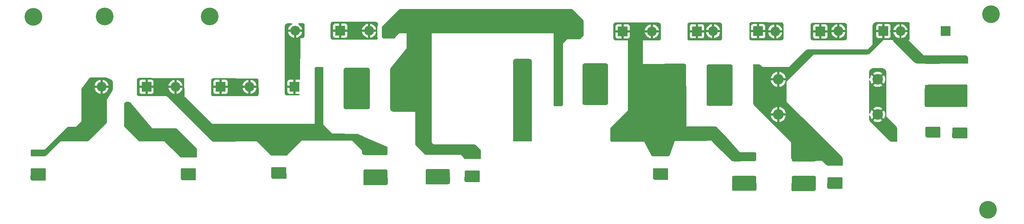
<source format=gbr>
%TF.GenerationSoftware,KiCad,Pcbnew,7.0.7*%
%TF.CreationDate,2024-04-10T14:30:16-07:00*%
%TF.ProjectId,hv-pcb-v1,68762d70-6362-42d7-9631-2e6b69636164,rev?*%
%TF.SameCoordinates,Original*%
%TF.FileFunction,Copper,L1,Top*%
%TF.FilePolarity,Positive*%
%FSLAX46Y46*%
G04 Gerber Fmt 4.6, Leading zero omitted, Abs format (unit mm)*
G04 Created by KiCad (PCBNEW 7.0.7) date 2024-04-10 14:30:16*
%MOMM*%
%LPD*%
G01*
G04 APERTURE LIST*
G04 Aperture macros list*
%AMRoundRect*
0 Rectangle with rounded corners*
0 $1 Rounding radius*
0 $2 $3 $4 $5 $6 $7 $8 $9 X,Y pos of 4 corners*
0 Add a 4 corners polygon primitive as box body*
4,1,4,$2,$3,$4,$5,$6,$7,$8,$9,$2,$3,0*
0 Add four circle primitives for the rounded corners*
1,1,$1+$1,$2,$3*
1,1,$1+$1,$4,$5*
1,1,$1+$1,$6,$7*
1,1,$1+$1,$8,$9*
0 Add four rect primitives between the rounded corners*
20,1,$1+$1,$2,$3,$4,$5,0*
20,1,$1+$1,$4,$5,$6,$7,0*
20,1,$1+$1,$6,$7,$8,$9,0*
20,1,$1+$1,$8,$9,$2,$3,0*%
G04 Aperture macros list end*
%TA.AperFunction,SMDPad,CuDef*%
%ADD10RoundRect,0.249999X-0.450001X-1.425001X0.450001X-1.425001X0.450001X1.425001X-0.450001X1.425001X0*%
%TD*%
%TA.AperFunction,SMDPad,CuDef*%
%ADD11RoundRect,0.249999X2.450001X-0.737501X2.450001X0.737501X-2.450001X0.737501X-2.450001X-0.737501X0*%
%TD*%
%TA.AperFunction,SMDPad,CuDef*%
%ADD12RoundRect,0.250000X-1.450000X0.537500X-1.450000X-0.537500X1.450000X-0.537500X1.450000X0.537500X0*%
%TD*%
%TA.AperFunction,SMDPad,CuDef*%
%ADD13RoundRect,0.249999X-1.425001X0.450001X-1.425001X-0.450001X1.425001X-0.450001X1.425001X0.450001X0*%
%TD*%
%TA.AperFunction,SMDPad,CuDef*%
%ADD14RoundRect,0.250000X1.450000X-0.537500X1.450000X0.537500X-1.450000X0.537500X-1.450000X-0.537500X0*%
%TD*%
%TA.AperFunction,ComponentPad*%
%ADD15R,2.200000X2.200000*%
%TD*%
%TA.AperFunction,ComponentPad*%
%ADD16O,2.200000X2.200000*%
%TD*%
%TA.AperFunction,SMDPad,CuDef*%
%ADD17RoundRect,0.600000X0.162000X-0.900000X0.162000X0.900000X-0.162000X0.900000X-0.162000X-0.900000X0*%
%TD*%
%TA.AperFunction,ComponentPad*%
%ADD18C,4.000000*%
%TD*%
%TA.AperFunction,ComponentPad*%
%ADD19C,2.400000*%
%TD*%
%TA.AperFunction,ComponentPad*%
%ADD20O,2.400000X2.400000*%
%TD*%
%TA.AperFunction,ViaPad*%
%ADD21C,0.800000*%
%TD*%
%TA.AperFunction,Conductor*%
%ADD22C,0.508000*%
%TD*%
G04 APERTURE END LIST*
D10*
%TO.P,R3,1*%
%TO.N,/cath-in*%
X58481000Y-120781000D03*
%TO.P,R3,2*%
%TO.N,/cath_out*%
X64581000Y-120781000D03*
%TD*%
D11*
%TO.P,C5,1*%
%TO.N,/supply-gnd*%
X134438000Y-135193500D03*
%TO.P,C5,2*%
%TO.N,Net-(D2-A)*%
X134438000Y-129918500D03*
%TD*%
D12*
%TO.P,C8,1*%
%TO.N,/mcp2input*%
X184761755Y-130431900D03*
%TO.P,C8,2*%
%TO.N,/supply-gnd*%
X184761755Y-134706900D03*
%TD*%
D13*
%TO.P,R14,1*%
%TO.N,Net-(D11-K)*%
X246121755Y-109646899D03*
%TO.P,R14,2*%
%TO.N,Net-(R14-Pad2)*%
X246121755Y-115746899D03*
%TD*%
D10*
%TO.P,R5,1*%
%TO.N,Net-(R1-Pad2)*%
X118482000Y-118800000D03*
%TO.P,R5,2*%
%TO.N,Net-(D2-A)*%
X124582000Y-118800000D03*
%TD*%
D14*
%TO.P,C4,1*%
%TO.N,/supply-gnd*%
X78188000Y-134788500D03*
%TO.P,C4,2*%
%TO.N,/cath_out*%
X78188000Y-130513500D03*
%TD*%
D15*
%TO.P,D8,1,K*%
%TO.N,Net-(D8-K)*%
X192971755Y-102959900D03*
D16*
%TO.P,D8,2,A*%
%TO.N,/mcp2input*%
X182811755Y-102959900D03*
%TD*%
D17*
%TO.P,HV3,1,Pin_1*%
%TO.N,/mcp1input*%
X89370000Y-126107000D03*
%TD*%
%TO.P,HV7,1,Pin_1*%
%TO.N,/mcp2output*%
X237348755Y-126436900D03*
%TD*%
%TO.P,HV6,1,Pin_1*%
%TO.N,/mcp2input*%
X194209755Y-126166900D03*
%TD*%
%TO.P,HV1,1,Pin_1*%
%TO.N,/cath-in*%
X54869000Y-126145000D03*
%TD*%
D18*
%TO.P,J3,1,Pin_1*%
%TO.N,/supply-gnd*%
X82991000Y-99586000D03*
%TD*%
D15*
%TO.P,D4,1,K*%
%TO.N,Net-(D4-K)*%
X85446000Y-115519000D03*
D16*
%TO.P,D4,2,A*%
%TO.N,/mcp1input*%
X75286000Y-115519000D03*
%TD*%
D19*
%TO.P,R23,1*%
%TO.N,/mcp2output*%
X233765000Y-113845000D03*
D20*
%TO.P,R23,2*%
%TO.N,Net-(D11-K)*%
X211365000Y-113845000D03*
%TD*%
D13*
%TO.P,R16,1*%
%TO.N,Net-(R14-Pad2)*%
X252345755Y-119327900D03*
%TO.P,R16,2*%
%TO.N,/supply-gnd*%
X252345755Y-125427900D03*
%TD*%
D19*
%TO.P,R24,1*%
%TO.N,/mcp1output*%
X153655000Y-111563000D03*
D20*
%TO.P,R24,2*%
%TO.N,Net-(D2-A)*%
X131255000Y-111563000D03*
%TD*%
D17*
%TO.P,HV2,1,Pin_1*%
%TO.N,/cath_out*%
X67869000Y-126145000D03*
%TD*%
D15*
%TO.P,D2,1,K*%
%TO.N,/mcp2input*%
X176198755Y-103000900D03*
D16*
%TO.P,D2,2,A*%
%TO.N,Net-(D2-A)*%
X166038755Y-103000900D03*
%TD*%
D10*
%TO.P,R4,1*%
%TO.N,Net-(R1-Pad2)*%
X118485000Y-113169000D03*
%TO.P,R4,2*%
%TO.N,Net-(D2-A)*%
X124585000Y-113169000D03*
%TD*%
%TO.P,R9,1*%
%TO.N,Net-(R6-Pad2)*%
X172196755Y-117847900D03*
%TO.P,R9,2*%
%TO.N,/mcp2input*%
X178296755Y-117847900D03*
%TD*%
D11*
%TO.P,C2,1*%
%TO.N,/supply-gnd*%
X120411000Y-135267000D03*
%TO.P,C2,2*%
%TO.N,/mcp1input*%
X120411000Y-129992000D03*
%TD*%
D10*
%TO.P,R10,1*%
%TO.N,/mcp2input*%
X189783755Y-112209900D03*
%TO.P,R10,2*%
%TO.N,Net-(R10-Pad2)*%
X195883755Y-112209900D03*
%TD*%
D12*
%TO.P,C6,1*%
%TO.N,Net-(D2-A)*%
X142266000Y-131021000D03*
%TO.P,C6,2*%
%TO.N,/supply-gnd*%
X142266000Y-135296000D03*
%TD*%
D17*
%TO.P,HV5,1,Pin_1*%
%TO.N,/mcp1output*%
X153573000Y-126194000D03*
%TD*%
D15*
%TO.P,D1,1,K*%
%TO.N,/mcp1input*%
X68733400Y-115519000D03*
D16*
%TO.P,D1,2,A*%
%TO.N,/cath-in*%
X58573400Y-115519000D03*
%TD*%
D10*
%TO.P,R1,1*%
%TO.N,/mcp1input*%
X107852000Y-113176000D03*
%TO.P,R1,2*%
%TO.N,Net-(R1-Pad2)*%
X113952000Y-113176000D03*
%TD*%
D12*
%TO.P,C10,1*%
%TO.N,Net-(D11-K)*%
X224124755Y-132538400D03*
%TO.P,C10,2*%
%TO.N,/supply-gnd*%
X224124755Y-136813400D03*
%TD*%
D18*
%TO.P,J2,1,Pin_1*%
%TO.N,/supply-gnd*%
X259316955Y-99102900D03*
%TD*%
D10*
%TO.P,R11,1*%
%TO.N,/mcp2input*%
X189783755Y-118028900D03*
%TO.P,R11,2*%
%TO.N,Net-(R10-Pad2)*%
X195883755Y-118028900D03*
%TD*%
D15*
%TO.P,D9,1,K*%
%TO.N,Net-(D10-A)*%
X206796000Y-102944000D03*
D16*
%TO.P,D9,2,A*%
%TO.N,Net-(D8-K)*%
X196636000Y-102944000D03*
%TD*%
D14*
%TO.P,C1,1*%
%TO.N,/supply-gnd*%
X44327000Y-134788500D03*
%TO.P,C1,2*%
%TO.N,/cath-in*%
X44327000Y-130513500D03*
%TD*%
D13*
%TO.P,R17,1*%
%TO.N,Net-(R14-Pad2)*%
X246256757Y-119191901D03*
%TO.P,R17,2*%
%TO.N,/supply-gnd*%
X246256757Y-125291901D03*
%TD*%
D15*
%TO.P,D3,1,K*%
%TO.N,/supply-gnd*%
X249068000Y-102939000D03*
D16*
%TO.P,D3,2,A*%
%TO.N,Net-(D11-K)*%
X238908000Y-102939000D03*
%TD*%
D10*
%TO.P,R7,1*%
%TO.N,Net-(D2-A)*%
X161711755Y-117879900D03*
%TO.P,R7,2*%
%TO.N,Net-(R6-Pad2)*%
X167811755Y-117879900D03*
%TD*%
D15*
%TO.P,D10,1,K*%
%TO.N,Net-(D10-K)*%
X220808000Y-102979000D03*
D16*
%TO.P,D10,2,A*%
%TO.N,Net-(D10-A)*%
X210648000Y-102979000D03*
%TD*%
D10*
%TO.P,R6,1*%
%TO.N,Net-(D2-A)*%
X161737755Y-112219900D03*
%TO.P,R6,2*%
%TO.N,Net-(R6-Pad2)*%
X167837755Y-112219900D03*
%TD*%
D15*
%TO.P,D11,1,K*%
%TO.N,Net-(D11-K)*%
X235087000Y-102919000D03*
D16*
%TO.P,D11,2,A*%
%TO.N,Net-(D10-K)*%
X224927000Y-102919000D03*
%TD*%
D19*
%TO.P,R22,1*%
%TO.N,/mcp2output*%
X233765000Y-121795000D03*
D20*
%TO.P,R22,2*%
%TO.N,Net-(D11-K)*%
X211365000Y-121795000D03*
%TD*%
D10*
%TO.P,R2,1*%
%TO.N,/mcp1input*%
X107805000Y-118781000D03*
%TO.P,R2,2*%
%TO.N,Net-(R1-Pad2)*%
X113905000Y-118781000D03*
%TD*%
%TO.P,R12,1*%
%TO.N,Net-(R10-Pad2)*%
X200349755Y-112209900D03*
%TO.P,R12,2*%
%TO.N,Net-(D11-K)*%
X206449755Y-112209900D03*
%TD*%
D17*
%TO.P,HV4,1,Pin_1*%
%TO.N,/mcp1input*%
X107779000Y-126074000D03*
%TD*%
D12*
%TO.P,C3,1*%
%TO.N,/mcp1input*%
X98585000Y-130236000D03*
%TO.P,C3,2*%
%TO.N,/supply-gnd*%
X98585000Y-134511000D03*
%TD*%
D10*
%TO.P,R13,1*%
%TO.N,Net-(R10-Pad2)*%
X200349755Y-117875900D03*
%TO.P,R13,2*%
%TO.N,Net-(D11-K)*%
X206449755Y-117875900D03*
%TD*%
%TO.P,R8,1*%
%TO.N,Net-(R6-Pad2)*%
X172222755Y-112187900D03*
%TO.P,R8,2*%
%TO.N,/mcp2input*%
X178322755Y-112187900D03*
%TD*%
D19*
%TO.P,R19,1*%
%TO.N,/mcp1output*%
X153610001Y-119561001D03*
D20*
%TO.P,R19,2*%
%TO.N,Net-(D2-A)*%
X131210001Y-119561001D03*
%TD*%
D11*
%TO.P,C9,1*%
%TO.N,/supply-gnd*%
X217093755Y-136685400D03*
%TO.P,C9,2*%
%TO.N,Net-(D11-K)*%
X217093755Y-131410400D03*
%TD*%
D15*
%TO.P,D6,1,K*%
%TO.N,Net-(D6-K)*%
X112438400Y-102825000D03*
D16*
%TO.P,D6,2,A*%
%TO.N,Net-(D5-K)*%
X102278400Y-102825000D03*
%TD*%
D17*
%TO.P,HV8,1,Pin_1*%
%TO.N,/mcp2input*%
X174960755Y-126154900D03*
%TD*%
D13*
%TO.P,R15,1*%
%TO.N,Net-(D11-K)*%
X252345756Y-109584900D03*
%TO.P,R15,2*%
%TO.N,Net-(R14-Pad2)*%
X252345756Y-115684900D03*
%TD*%
D15*
%TO.P,D7,1,K*%
%TO.N,Net-(D2-A)*%
X129151000Y-102825000D03*
D16*
%TO.P,D7,2,A*%
%TO.N,Net-(D6-K)*%
X118991000Y-102825000D03*
%TD*%
D18*
%TO.P,J1,1,Pin_1*%
%TO.N,/supply-gnd*%
X59253000Y-99585000D03*
%TD*%
D15*
%TO.P,D5,1,K*%
%TO.N,Net-(D5-K)*%
X102158600Y-115519000D03*
D16*
%TO.P,D5,2,A*%
%TO.N,Net-(D4-K)*%
X91998600Y-115519000D03*
%TD*%
D11*
%TO.P,C7,1*%
%TO.N,/supply-gnd*%
X203649755Y-136671400D03*
%TO.P,C7,2*%
%TO.N,/mcp2input*%
X203649755Y-131396400D03*
%TD*%
D18*
%TO.P,J6,1,Pin_1*%
%TO.N,Net-(J6-Pin_1)*%
X43169000Y-99695503D03*
%TD*%
%TO.P,J7,1,Pin_1*%
%TO.N,Net-(J6-Pin_1)*%
X258656755Y-143392900D03*
%TD*%
D21*
%TO.N,/supply-gnd*%
X225306000Y-138146000D03*
X253509000Y-126699000D03*
X201368000Y-138657000D03*
X219298000Y-138686000D03*
X76986000Y-136183000D03*
X251111000Y-126699000D03*
X97406000Y-135895000D03*
X135264000Y-137155000D03*
X216305000Y-138686000D03*
X205921000Y-138657000D03*
X122669000Y-137367000D03*
X204488000Y-138657000D03*
X133704000Y-137155000D03*
X119676000Y-137367000D03*
X222908000Y-138146000D03*
X217865000Y-138686000D03*
X79384000Y-136183000D03*
X245052000Y-126507000D03*
X247450000Y-126507000D03*
X202928000Y-138657000D03*
X43091000Y-136268000D03*
X132144000Y-137155000D03*
X136697000Y-137155000D03*
X214745000Y-138686000D03*
X121236000Y-137367000D03*
X183589000Y-136080000D03*
X185987000Y-136080000D03*
X99804000Y-135895000D03*
X141039000Y-136626000D03*
X118116000Y-137367000D03*
X45489000Y-136268000D03*
X143437000Y-136626000D03*
%TD*%
D22*
%TO.N,/supply-gnd*%
X44327000Y-134788500D02*
X44327000Y-135106000D01*
X44327000Y-134788500D02*
X44327000Y-135032000D01*
%TD*%
%TA.AperFunction,Conductor*%
%TO.N,/supply-gnd*%
G36*
X143887039Y-135761685D02*
G01*
X143932794Y-135814489D01*
X143944000Y-135866000D01*
X143944000Y-136961271D01*
X143941617Y-136985463D01*
X143937507Y-137006125D01*
X143918996Y-137050818D01*
X143914205Y-137057988D01*
X143879988Y-137092205D01*
X143872819Y-137096996D01*
X143828124Y-137115507D01*
X143807461Y-137119617D01*
X143783271Y-137122000D01*
X141006067Y-137122000D01*
X140997967Y-137121469D01*
X140981957Y-137119361D01*
X140886703Y-137106820D01*
X140855437Y-137098442D01*
X140763085Y-137060189D01*
X140735050Y-137044003D01*
X140655741Y-136983146D01*
X140632853Y-136960258D01*
X140571996Y-136880949D01*
X140555810Y-136852914D01*
X140517557Y-136760562D01*
X140509179Y-136729295D01*
X140494531Y-136618033D01*
X140494000Y-136609931D01*
X140494000Y-135996619D01*
X140496381Y-135972437D01*
X140507641Y-135915829D01*
X140526150Y-135871141D01*
X140551300Y-135833502D01*
X140585502Y-135799300D01*
X140623141Y-135774150D01*
X140667829Y-135755641D01*
X140724436Y-135744381D01*
X140748620Y-135742000D01*
X143820000Y-135742000D01*
X143887039Y-135761685D01*
G37*
%TD.AperFunction*%
%TD*%
%TA.AperFunction,Conductor*%
%TO.N,/supply-gnd*%
G36*
X206187357Y-137266383D02*
G01*
X206263551Y-137281539D01*
X206308246Y-137300051D01*
X206362495Y-137336299D01*
X206396700Y-137370504D01*
X206432946Y-137424751D01*
X206451460Y-137469446D01*
X206466617Y-137545641D01*
X206469000Y-137569834D01*
X206469000Y-138578932D01*
X206468469Y-138587033D01*
X206453820Y-138698296D01*
X206445442Y-138729562D01*
X206407189Y-138821914D01*
X206391003Y-138849949D01*
X206330146Y-138929258D01*
X206307258Y-138952146D01*
X206227949Y-139013003D01*
X206199914Y-139029189D01*
X206107562Y-139067442D01*
X206076296Y-139075820D01*
X205979093Y-139088618D01*
X205965032Y-139090469D01*
X205956933Y-139091000D01*
X201109851Y-139091000D01*
X201085668Y-139088618D01*
X201063033Y-139084116D01*
X201018339Y-139065604D01*
X201009508Y-139059703D01*
X200975296Y-139025491D01*
X200969394Y-139016658D01*
X200950882Y-138971961D01*
X200946382Y-138949335D01*
X200944000Y-138925149D01*
X200944000Y-137402536D01*
X200946380Y-137378358D01*
X200948794Y-137366223D01*
X200981173Y-137304315D01*
X201041887Y-137269736D01*
X201046176Y-137268803D01*
X201058355Y-137266381D01*
X201082537Y-137264000D01*
X206163166Y-137264000D01*
X206187357Y-137266383D01*
G37*
%TD.AperFunction*%
%TD*%
%TA.AperFunction,Conductor*%
%TO.N,Net-(D8-K)*%
G36*
X191949077Y-100961366D02*
G01*
X198133520Y-100991944D01*
X198141556Y-100992508D01*
X198240871Y-101006018D01*
X198252221Y-101007562D01*
X198283306Y-101016013D01*
X198375104Y-101054363D01*
X198402964Y-101070537D01*
X198481780Y-101131235D01*
X198504533Y-101154038D01*
X198565058Y-101232993D01*
X198581168Y-101260887D01*
X198619313Y-101352766D01*
X198627696Y-101383872D01*
X198642502Y-101494558D01*
X198643050Y-101502617D01*
X198651306Y-104537447D01*
X198650795Y-104545563D01*
X198636401Y-104657047D01*
X198628079Y-104688388D01*
X198589946Y-104780982D01*
X198573784Y-104809093D01*
X198512954Y-104888629D01*
X198490058Y-104911589D01*
X198441735Y-104948756D01*
X198410678Y-104972642D01*
X198382617Y-104988877D01*
X198290131Y-105027261D01*
X198258814Y-105035667D01*
X198147357Y-105050367D01*
X198139242Y-105050900D01*
X191329520Y-105050900D01*
X191321420Y-105050369D01*
X191305410Y-105048261D01*
X191210156Y-105035720D01*
X191178890Y-105027342D01*
X191086538Y-104989089D01*
X191058503Y-104972903D01*
X190979194Y-104912046D01*
X190956306Y-104889158D01*
X190895449Y-104809849D01*
X190879263Y-104781814D01*
X190878918Y-104780982D01*
X190841009Y-104689461D01*
X190832632Y-104658195D01*
X190817984Y-104546933D01*
X190817453Y-104538831D01*
X190817453Y-104107744D01*
X191371755Y-104107744D01*
X191378156Y-104167272D01*
X191378158Y-104167279D01*
X191428400Y-104301986D01*
X191428404Y-104301993D01*
X191514564Y-104417087D01*
X191514567Y-104417090D01*
X191629661Y-104503250D01*
X191629668Y-104503254D01*
X191764375Y-104553496D01*
X191764382Y-104553498D01*
X191823910Y-104559899D01*
X191823927Y-104559900D01*
X192721755Y-104559900D01*
X192721755Y-103624552D01*
X192741440Y-103557513D01*
X192794244Y-103511758D01*
X192863402Y-103501814D01*
X192879202Y-103505148D01*
X192896159Y-103509900D01*
X192896161Y-103509900D01*
X193009377Y-103509900D01*
X193080871Y-103500073D01*
X193149965Y-103510445D01*
X193202484Y-103556527D01*
X193221755Y-103622918D01*
X193221755Y-104559900D01*
X194119583Y-104559900D01*
X194119599Y-104559899D01*
X194179127Y-104553498D01*
X194179134Y-104553496D01*
X194313841Y-104503254D01*
X194313848Y-104503250D01*
X194428942Y-104417090D01*
X194428945Y-104417087D01*
X194515105Y-104301993D01*
X194515109Y-104301986D01*
X194565351Y-104167279D01*
X194565353Y-104167272D01*
X194571754Y-104107744D01*
X194571755Y-104107727D01*
X194571755Y-103209900D01*
X193638711Y-103209900D01*
X193584562Y-103194000D01*
X195050728Y-103194000D01*
X195050811Y-103195067D01*
X195109603Y-103439956D01*
X195205980Y-103672631D01*
X195337568Y-103887362D01*
X195337571Y-103887367D01*
X195501130Y-104078869D01*
X195692632Y-104242428D01*
X195692637Y-104242431D01*
X195907368Y-104374019D01*
X196140043Y-104470396D01*
X196384932Y-104529188D01*
X196385999Y-104529271D01*
X196386000Y-104529271D01*
X196386000Y-103608652D01*
X196405685Y-103541613D01*
X196458489Y-103495858D01*
X196527647Y-103485914D01*
X196543447Y-103489248D01*
X196560404Y-103494000D01*
X196560406Y-103494000D01*
X196673622Y-103494000D01*
X196745116Y-103484173D01*
X196814210Y-103494545D01*
X196866729Y-103540627D01*
X196886000Y-103607018D01*
X196886000Y-104529271D01*
X196887067Y-104529188D01*
X197131956Y-104470396D01*
X197364631Y-104374019D01*
X197579362Y-104242431D01*
X197579367Y-104242428D01*
X197770869Y-104078869D01*
X197934428Y-103887367D01*
X197934431Y-103887362D01*
X198066019Y-103672631D01*
X198162396Y-103439956D01*
X198221188Y-103195067D01*
X198221272Y-103194000D01*
X197302956Y-103194000D01*
X197235917Y-103174315D01*
X197190162Y-103121511D01*
X197179245Y-103061537D01*
X197183606Y-102997783D01*
X197189877Y-102906114D01*
X197176809Y-102843227D01*
X197182443Y-102773586D01*
X197224834Y-102718045D01*
X197290523Y-102694239D01*
X197298216Y-102694000D01*
X198221271Y-102694000D01*
X198221271Y-102693999D01*
X198221188Y-102692932D01*
X198162396Y-102448043D01*
X198066019Y-102215368D01*
X197934431Y-102000637D01*
X197934428Y-102000632D01*
X197770869Y-101809130D01*
X197579367Y-101645571D01*
X197579362Y-101645568D01*
X197364631Y-101513980D01*
X197131956Y-101417603D01*
X196887064Y-101358811D01*
X196886000Y-101358726D01*
X196886000Y-102279347D01*
X196866315Y-102346386D01*
X196813511Y-102392141D01*
X196744353Y-102402085D01*
X196728547Y-102398749D01*
X196711598Y-102394000D01*
X196711596Y-102394000D01*
X196598378Y-102394000D01*
X196598376Y-102394000D01*
X196526884Y-102403826D01*
X196457789Y-102393453D01*
X196405270Y-102347371D01*
X196386000Y-102280981D01*
X196386000Y-101358726D01*
X196384935Y-101358811D01*
X196140043Y-101417603D01*
X195907368Y-101513980D01*
X195692637Y-101645568D01*
X195692632Y-101645571D01*
X195501130Y-101809130D01*
X195337571Y-102000632D01*
X195337568Y-102000637D01*
X195205980Y-102215368D01*
X195109603Y-102448043D01*
X195050811Y-102692932D01*
X195050728Y-102693999D01*
X195050729Y-102694000D01*
X195969044Y-102694000D01*
X196036083Y-102713685D01*
X196081838Y-102766489D01*
X196092755Y-102826463D01*
X196092441Y-102831045D01*
X196092441Y-102831047D01*
X196082123Y-102981886D01*
X196095191Y-103044772D01*
X196089557Y-103114414D01*
X196047166Y-103169955D01*
X195981477Y-103193761D01*
X195973784Y-103194000D01*
X195050728Y-103194000D01*
X193584562Y-103194000D01*
X193571672Y-103190215D01*
X193525917Y-103137411D01*
X193515000Y-103077437D01*
X193516147Y-103060672D01*
X193525632Y-102922014D01*
X193512564Y-102859127D01*
X193518198Y-102789486D01*
X193560589Y-102733945D01*
X193626278Y-102710139D01*
X193633971Y-102709900D01*
X194571755Y-102709900D01*
X194571755Y-101812072D01*
X194571754Y-101812055D01*
X194565353Y-101752527D01*
X194565351Y-101752520D01*
X194515109Y-101617813D01*
X194515105Y-101617806D01*
X194428945Y-101502712D01*
X194428942Y-101502709D01*
X194313848Y-101416549D01*
X194313841Y-101416545D01*
X194179134Y-101366303D01*
X194179127Y-101366301D01*
X194119599Y-101359900D01*
X193221755Y-101359900D01*
X193221755Y-102295247D01*
X193202070Y-102362286D01*
X193149266Y-102408041D01*
X193080108Y-102417985D01*
X193064302Y-102414649D01*
X193047353Y-102409900D01*
X193047351Y-102409900D01*
X192934133Y-102409900D01*
X192934131Y-102409900D01*
X192862639Y-102419726D01*
X192793544Y-102409353D01*
X192741025Y-102363271D01*
X192721755Y-102296881D01*
X192721755Y-101359900D01*
X191823910Y-101359900D01*
X191764382Y-101366301D01*
X191764375Y-101366303D01*
X191629668Y-101416545D01*
X191629661Y-101416549D01*
X191514567Y-101502709D01*
X191514564Y-101502712D01*
X191428404Y-101617806D01*
X191428400Y-101617813D01*
X191378158Y-101752520D01*
X191378156Y-101752527D01*
X191371755Y-101812055D01*
X191371755Y-102709900D01*
X192304799Y-102709900D01*
X192371838Y-102729585D01*
X192417593Y-102782389D01*
X192428510Y-102842363D01*
X192418966Y-102981886D01*
X192417878Y-102997786D01*
X192427642Y-103044772D01*
X192430946Y-103060672D01*
X192425312Y-103130314D01*
X192382921Y-103185855D01*
X192317232Y-103209661D01*
X192309539Y-103209900D01*
X191371755Y-103209900D01*
X191371755Y-104107744D01*
X190817453Y-104107744D01*
X190817453Y-101470374D01*
X190817987Y-101462247D01*
X190828338Y-101383872D01*
X190832727Y-101350635D01*
X190841158Y-101319279D01*
X190879645Y-101226685D01*
X190895924Y-101198597D01*
X190957140Y-101119158D01*
X190980144Y-101096267D01*
X191059890Y-101035440D01*
X191088051Y-101019305D01*
X191180848Y-100981270D01*
X191212239Y-100972998D01*
X191323919Y-100958809D01*
X191332029Y-100958316D01*
X191949077Y-100961366D01*
G37*
%TD.AperFunction*%
%TD*%
%TA.AperFunction,Conductor*%
%TO.N,Net-(D11-K)*%
G36*
X240499278Y-100898928D02*
G01*
X240546970Y-100908544D01*
X240547001Y-100908557D01*
X240547881Y-104763881D01*
X240808589Y-105024589D01*
X240808590Y-105024590D01*
X243909414Y-108125415D01*
X243909419Y-108125419D01*
X244207000Y-108423000D01*
X253585587Y-108423000D01*
X253593687Y-108423530D01*
X253719275Y-108440065D01*
X253750538Y-108448442D01*
X253856246Y-108492227D01*
X253884277Y-108508411D01*
X253975050Y-108578063D01*
X253997938Y-108600951D01*
X254067588Y-108691722D01*
X254083773Y-108719755D01*
X254127556Y-108825457D01*
X254135934Y-108856725D01*
X254152468Y-108982311D01*
X254152999Y-108990413D01*
X254153000Y-110171000D01*
X254133315Y-110238039D01*
X254080512Y-110283794D01*
X254029000Y-110295000D01*
X242795890Y-110295000D01*
X242789809Y-110294701D01*
X242606784Y-110276675D01*
X242582943Y-110271933D01*
X242415719Y-110221206D01*
X242393263Y-110211904D01*
X242239149Y-110129528D01*
X242218941Y-110116025D01*
X242076773Y-109999351D01*
X242072272Y-109995272D01*
X237322186Y-105245186D01*
X237306765Y-105226395D01*
X237268377Y-105168943D01*
X237249862Y-105124246D01*
X237234002Y-105044508D01*
X237234001Y-105044507D01*
X237234000Y-105044499D01*
X237234000Y-103189000D01*
X237322728Y-103189000D01*
X237322811Y-103190067D01*
X237381603Y-103434956D01*
X237477980Y-103667631D01*
X237609568Y-103882362D01*
X237609571Y-103882367D01*
X237773130Y-104073869D01*
X237964632Y-104237428D01*
X237964637Y-104237431D01*
X238179368Y-104369019D01*
X238412043Y-104465396D01*
X238656932Y-104524188D01*
X238658000Y-104524271D01*
X238658000Y-103603652D01*
X238677685Y-103536613D01*
X238730489Y-103490858D01*
X238799647Y-103480914D01*
X238815447Y-103484248D01*
X238832404Y-103489000D01*
X238832406Y-103489000D01*
X238945622Y-103489000D01*
X239017116Y-103479173D01*
X239086210Y-103489545D01*
X239138729Y-103535627D01*
X239158000Y-103602018D01*
X239158000Y-104524271D01*
X239159067Y-104524188D01*
X239403956Y-104465396D01*
X239636631Y-104369019D01*
X239851362Y-104237431D01*
X239851367Y-104237428D01*
X240042869Y-104073869D01*
X240206428Y-103882367D01*
X240206431Y-103882362D01*
X240338019Y-103667631D01*
X240434396Y-103434956D01*
X240493188Y-103190067D01*
X240493272Y-103189000D01*
X239574956Y-103189000D01*
X239507917Y-103169315D01*
X239462162Y-103116511D01*
X239451245Y-103056537D01*
X239452392Y-103039772D01*
X239461877Y-102901114D01*
X239448809Y-102838227D01*
X239454443Y-102768586D01*
X239496834Y-102713045D01*
X239562523Y-102689239D01*
X239570216Y-102689000D01*
X240493271Y-102689000D01*
X240493271Y-102688999D01*
X240493188Y-102687932D01*
X240434396Y-102443043D01*
X240338019Y-102210368D01*
X240206431Y-101995637D01*
X240206428Y-101995632D01*
X240042869Y-101804130D01*
X239851367Y-101640571D01*
X239851362Y-101640568D01*
X239636631Y-101508980D01*
X239403956Y-101412603D01*
X239159064Y-101353811D01*
X239157999Y-101353726D01*
X239157999Y-102274347D01*
X239138314Y-102341387D01*
X239085510Y-102387141D01*
X239016352Y-102397085D01*
X239000545Y-102393749D01*
X238983596Y-102389000D01*
X238870378Y-102389000D01*
X238870376Y-102389000D01*
X238798884Y-102398826D01*
X238729789Y-102388453D01*
X238677270Y-102342371D01*
X238658000Y-102275981D01*
X238658000Y-101353726D01*
X238656935Y-101353811D01*
X238412043Y-101412603D01*
X238179368Y-101508980D01*
X237964637Y-101640568D01*
X237964632Y-101640571D01*
X237773130Y-101804130D01*
X237609571Y-101995632D01*
X237609568Y-101995637D01*
X237477980Y-102210368D01*
X237381603Y-102443043D01*
X237322811Y-102687932D01*
X237322728Y-102688999D01*
X237322729Y-102689000D01*
X238241044Y-102689000D01*
X238308083Y-102708685D01*
X238353838Y-102761489D01*
X238364755Y-102821463D01*
X238364441Y-102826045D01*
X238364441Y-102826047D01*
X238354123Y-102976886D01*
X238367191Y-103039772D01*
X238361557Y-103109414D01*
X238319166Y-103164955D01*
X238253477Y-103188761D01*
X238245784Y-103189000D01*
X237322728Y-103189000D01*
X237234000Y-103189000D01*
X237234000Y-100894670D01*
X237241906Y-100894710D01*
X237249100Y-100894023D01*
X240499278Y-100898928D01*
G37*
%TD.AperFunction*%
%TD*%
%TA.AperFunction,Conductor*%
%TO.N,Net-(D10-K)*%
G36*
X219422875Y-101035863D02*
G01*
X226325805Y-101069993D01*
X226333841Y-101070557D01*
X226433156Y-101084067D01*
X226444506Y-101085611D01*
X226475591Y-101094062D01*
X226567389Y-101132412D01*
X226595249Y-101148586D01*
X226674065Y-101209284D01*
X226696818Y-101232087D01*
X226757343Y-101311042D01*
X226773453Y-101338936D01*
X226811598Y-101430815D01*
X226819981Y-101461921D01*
X226834787Y-101572607D01*
X226835335Y-101580666D01*
X226843241Y-104486547D01*
X226842730Y-104494663D01*
X226828336Y-104606147D01*
X226820014Y-104637488D01*
X226781881Y-104730082D01*
X226765719Y-104758193D01*
X226704889Y-104837729D01*
X226681993Y-104860689D01*
X226633670Y-104897856D01*
X226602613Y-104921742D01*
X226574552Y-104937977D01*
X226482066Y-104976361D01*
X226450749Y-104984767D01*
X226339292Y-104999467D01*
X226331177Y-105000000D01*
X219127520Y-105000000D01*
X219119420Y-104999469D01*
X219103410Y-104997361D01*
X219008156Y-104984820D01*
X218976890Y-104976442D01*
X218884538Y-104938189D01*
X218856503Y-104922003D01*
X218777194Y-104861146D01*
X218754306Y-104838258D01*
X218693449Y-104758949D01*
X218677263Y-104730914D01*
X218676918Y-104730082D01*
X218639009Y-104638561D01*
X218630632Y-104607295D01*
X218615984Y-104496033D01*
X218615453Y-104487931D01*
X218615453Y-104126844D01*
X219208000Y-104126844D01*
X219214401Y-104186372D01*
X219214403Y-104186379D01*
X219264645Y-104321086D01*
X219264649Y-104321093D01*
X219350809Y-104436187D01*
X219350812Y-104436190D01*
X219465906Y-104522350D01*
X219465913Y-104522354D01*
X219600620Y-104572596D01*
X219600627Y-104572598D01*
X219660155Y-104578999D01*
X219660172Y-104579000D01*
X220558000Y-104579000D01*
X220558000Y-103643652D01*
X220577685Y-103576613D01*
X220630489Y-103530858D01*
X220699647Y-103520914D01*
X220715447Y-103524248D01*
X220732404Y-103529000D01*
X220732406Y-103529000D01*
X220845622Y-103529000D01*
X220917116Y-103519173D01*
X220986210Y-103529545D01*
X221038729Y-103575627D01*
X221058000Y-103642018D01*
X221058000Y-104579000D01*
X221955828Y-104579000D01*
X221955844Y-104578999D01*
X222015372Y-104572598D01*
X222015379Y-104572596D01*
X222150086Y-104522354D01*
X222150093Y-104522350D01*
X222265187Y-104436190D01*
X222265190Y-104436187D01*
X222351350Y-104321093D01*
X222351354Y-104321086D01*
X222401596Y-104186379D01*
X222401598Y-104186372D01*
X222407999Y-104126844D01*
X222408000Y-104126827D01*
X222408000Y-103229000D01*
X221474956Y-103229000D01*
X221407917Y-103209315D01*
X221372984Y-103169000D01*
X223341728Y-103169000D01*
X223341811Y-103170067D01*
X223400603Y-103414956D01*
X223496980Y-103647631D01*
X223628568Y-103862362D01*
X223628571Y-103862367D01*
X223792130Y-104053869D01*
X223983632Y-104217428D01*
X223983637Y-104217431D01*
X224198368Y-104349019D01*
X224431043Y-104445396D01*
X224675932Y-104504188D01*
X224676999Y-104504271D01*
X224677000Y-104504271D01*
X224677000Y-103583652D01*
X224696685Y-103516613D01*
X224749489Y-103470858D01*
X224818647Y-103460914D01*
X224834447Y-103464248D01*
X224851404Y-103469000D01*
X224851406Y-103469000D01*
X224964622Y-103469000D01*
X225036116Y-103459173D01*
X225105210Y-103469545D01*
X225157729Y-103515627D01*
X225177000Y-103582018D01*
X225177000Y-104504271D01*
X225178067Y-104504188D01*
X225422956Y-104445396D01*
X225655631Y-104349019D01*
X225870362Y-104217431D01*
X225870367Y-104217428D01*
X226061869Y-104053869D01*
X226225428Y-103862367D01*
X226225431Y-103862362D01*
X226357019Y-103647631D01*
X226453396Y-103414956D01*
X226512188Y-103170067D01*
X226512272Y-103169000D01*
X225593956Y-103169000D01*
X225526917Y-103149315D01*
X225481162Y-103096511D01*
X225470245Y-103036537D01*
X225471392Y-103019772D01*
X225480877Y-102881114D01*
X225467809Y-102818227D01*
X225473443Y-102748586D01*
X225515834Y-102693045D01*
X225581523Y-102669239D01*
X225589216Y-102669000D01*
X226512271Y-102669000D01*
X226512271Y-102668999D01*
X226512188Y-102667932D01*
X226453396Y-102423043D01*
X226357019Y-102190368D01*
X226225431Y-101975637D01*
X226225428Y-101975632D01*
X226061869Y-101784130D01*
X225870367Y-101620571D01*
X225870362Y-101620568D01*
X225655631Y-101488980D01*
X225422956Y-101392603D01*
X225178064Y-101333811D01*
X225177000Y-101333726D01*
X225177000Y-102254347D01*
X225157315Y-102321386D01*
X225104511Y-102367141D01*
X225035353Y-102377085D01*
X225019547Y-102373749D01*
X225002598Y-102369000D01*
X225002596Y-102369000D01*
X224889378Y-102369000D01*
X224889376Y-102369000D01*
X224817884Y-102378826D01*
X224748789Y-102368453D01*
X224696270Y-102322371D01*
X224677000Y-102255981D01*
X224677000Y-101333726D01*
X224675935Y-101333811D01*
X224431043Y-101392603D01*
X224198368Y-101488980D01*
X223983637Y-101620568D01*
X223983632Y-101620571D01*
X223792130Y-101784130D01*
X223628571Y-101975632D01*
X223628568Y-101975637D01*
X223496980Y-102190368D01*
X223400603Y-102423043D01*
X223341811Y-102667932D01*
X223341728Y-102668999D01*
X223341729Y-102669000D01*
X224260044Y-102669000D01*
X224327083Y-102688685D01*
X224372838Y-102741489D01*
X224383755Y-102801463D01*
X224383441Y-102806045D01*
X224383441Y-102806047D01*
X224373123Y-102956886D01*
X224385591Y-103016883D01*
X224386191Y-103019772D01*
X224380557Y-103089414D01*
X224338166Y-103144955D01*
X224272477Y-103168761D01*
X224264784Y-103169000D01*
X223341728Y-103169000D01*
X221372984Y-103169000D01*
X221362162Y-103156511D01*
X221351245Y-103096537D01*
X221351559Y-103091953D01*
X221361877Y-102941114D01*
X221348809Y-102878227D01*
X221354443Y-102808586D01*
X221396834Y-102753045D01*
X221462523Y-102729239D01*
X221470216Y-102729000D01*
X222408000Y-102729000D01*
X222408000Y-101831172D01*
X222407999Y-101831155D01*
X222401598Y-101771627D01*
X222401596Y-101771620D01*
X222351354Y-101636913D01*
X222351350Y-101636906D01*
X222265190Y-101521812D01*
X222265187Y-101521809D01*
X222150093Y-101435649D01*
X222150086Y-101435645D01*
X222015379Y-101385403D01*
X222015372Y-101385401D01*
X221955844Y-101379000D01*
X221058000Y-101379000D01*
X221057999Y-102314347D01*
X221038314Y-102381387D01*
X220985510Y-102427141D01*
X220916352Y-102437085D01*
X220900545Y-102433749D01*
X220883596Y-102429000D01*
X220770378Y-102429000D01*
X220770376Y-102429000D01*
X220698884Y-102438826D01*
X220629789Y-102428453D01*
X220577270Y-102382371D01*
X220558000Y-102315981D01*
X220558000Y-101379000D01*
X219660155Y-101379000D01*
X219600627Y-101385401D01*
X219600620Y-101385403D01*
X219465913Y-101435645D01*
X219465906Y-101435649D01*
X219350812Y-101521809D01*
X219350809Y-101521812D01*
X219264649Y-101636906D01*
X219264645Y-101636913D01*
X219214403Y-101771620D01*
X219214401Y-101771627D01*
X219208000Y-101831155D01*
X219208000Y-102729000D01*
X220141044Y-102729000D01*
X220208083Y-102748685D01*
X220253838Y-102801489D01*
X220264755Y-102861463D01*
X220264441Y-102866045D01*
X220264441Y-102866047D01*
X220254123Y-103016886D01*
X220254723Y-103019772D01*
X220267191Y-103079772D01*
X220261557Y-103149414D01*
X220219166Y-103204955D01*
X220153477Y-103228761D01*
X220145784Y-103229000D01*
X219208000Y-103229000D01*
X219208000Y-104126844D01*
X218615453Y-104126844D01*
X218615453Y-101546474D01*
X218615987Y-101538347D01*
X218622507Y-101488980D01*
X218630727Y-101426735D01*
X218639158Y-101395379D01*
X218643305Y-101385403D01*
X218677645Y-101302785D01*
X218693924Y-101274697D01*
X218755140Y-101195258D01*
X218778144Y-101172367D01*
X218857890Y-101111540D01*
X218886051Y-101095405D01*
X218978848Y-101057370D01*
X219010239Y-101049098D01*
X219121919Y-101034909D01*
X219130029Y-101034416D01*
X219422875Y-101035863D01*
G37*
%TD.AperFunction*%
%TD*%
%TA.AperFunction,Conductor*%
%TO.N,/supply-gnd*%
G36*
X219564357Y-137295383D02*
G01*
X219640551Y-137310539D01*
X219685246Y-137329051D01*
X219739495Y-137365299D01*
X219773700Y-137399504D01*
X219809946Y-137453751D01*
X219828460Y-137498448D01*
X219843616Y-137574643D01*
X219845999Y-137598834D01*
X219846000Y-138607931D01*
X219845469Y-138616033D01*
X219830820Y-138727296D01*
X219822442Y-138758562D01*
X219784189Y-138850914D01*
X219768003Y-138878949D01*
X219707146Y-138958258D01*
X219684258Y-138981146D01*
X219604949Y-139042003D01*
X219576914Y-139058189D01*
X219484562Y-139096442D01*
X219453296Y-139104820D01*
X219356093Y-139117618D01*
X219342032Y-139119469D01*
X219333933Y-139120000D01*
X214486851Y-139120000D01*
X214462668Y-139117618D01*
X214440033Y-139113116D01*
X214395339Y-139094604D01*
X214386508Y-139088703D01*
X214352296Y-139054491D01*
X214346394Y-139045658D01*
X214327882Y-139000961D01*
X214323382Y-138978335D01*
X214321000Y-138954149D01*
X214321000Y-138607931D01*
X214321000Y-137431525D01*
X214323380Y-137407358D01*
X214325796Y-137395213D01*
X214358180Y-137333307D01*
X214418896Y-137298734D01*
X214423176Y-137297803D01*
X214435355Y-137295381D01*
X214459537Y-137293000D01*
X219540166Y-137293000D01*
X219564357Y-137295383D01*
G37*
%TD.AperFunction*%
%TD*%
%TA.AperFunction,Conductor*%
%TO.N,/supply-gnd*%
G36*
X253959039Y-125834685D02*
G01*
X254004794Y-125887489D01*
X254016000Y-125939000D01*
X254016000Y-127034271D01*
X254013617Y-127058463D01*
X254009507Y-127079125D01*
X253990996Y-127123818D01*
X253986205Y-127130988D01*
X253951988Y-127165205D01*
X253944819Y-127169996D01*
X253900124Y-127188507D01*
X253879461Y-127192617D01*
X253855271Y-127195000D01*
X251078067Y-127195000D01*
X251069967Y-127194469D01*
X251053957Y-127192361D01*
X250958703Y-127179820D01*
X250927437Y-127171442D01*
X250835085Y-127133189D01*
X250807050Y-127117003D01*
X250727741Y-127056146D01*
X250704853Y-127033258D01*
X250643996Y-126953949D01*
X250627810Y-126925914D01*
X250589557Y-126833562D01*
X250581179Y-126802295D01*
X250566531Y-126691033D01*
X250566000Y-126682931D01*
X250566000Y-126069619D01*
X250568381Y-126045437D01*
X250579641Y-125988829D01*
X250598150Y-125944141D01*
X250623300Y-125906502D01*
X250657502Y-125872300D01*
X250695141Y-125847150D01*
X250739829Y-125828641D01*
X250796436Y-125817381D01*
X250820620Y-125815000D01*
X253892000Y-125815000D01*
X253959039Y-125834685D01*
G37*
%TD.AperFunction*%
%TD*%
%TA.AperFunction,Conductor*%
%TO.N,/supply-gnd*%
G36*
X136963357Y-135764383D02*
G01*
X137039551Y-135779539D01*
X137084246Y-135798051D01*
X137138495Y-135834299D01*
X137172700Y-135868504D01*
X137208946Y-135922751D01*
X137227460Y-135967446D01*
X137242617Y-136043641D01*
X137245000Y-136067834D01*
X137245000Y-137076932D01*
X137244469Y-137085033D01*
X137229820Y-137196296D01*
X137221442Y-137227562D01*
X137183189Y-137319914D01*
X137167003Y-137347949D01*
X137106146Y-137427258D01*
X137083258Y-137450146D01*
X137003949Y-137511003D01*
X136975914Y-137527189D01*
X136883562Y-137565442D01*
X136852296Y-137573820D01*
X136755093Y-137586618D01*
X136741032Y-137588469D01*
X136732933Y-137589000D01*
X131885851Y-137589000D01*
X131861668Y-137586618D01*
X131839033Y-137582116D01*
X131794339Y-137563604D01*
X131785508Y-137557703D01*
X131751296Y-137523491D01*
X131745394Y-137514658D01*
X131726882Y-137469961D01*
X131722382Y-137447335D01*
X131720000Y-137423149D01*
X131720000Y-135900536D01*
X131722380Y-135876358D01*
X131724794Y-135864223D01*
X131757173Y-135802315D01*
X131817887Y-135767736D01*
X131822176Y-135766803D01*
X131834355Y-135764381D01*
X131858537Y-135762000D01*
X136939166Y-135762000D01*
X136963357Y-135764383D01*
G37*
%TD.AperFunction*%
%TD*%
%TA.AperFunction,Conductor*%
%TO.N,Net-(D10-A)*%
G36*
X205779843Y-100909758D02*
G01*
X211998332Y-100940504D01*
X212006368Y-100941068D01*
X212105683Y-100954578D01*
X212117033Y-100956122D01*
X212148118Y-100964573D01*
X212239916Y-101002923D01*
X212267776Y-101019097D01*
X212346592Y-101079795D01*
X212369345Y-101102598D01*
X212429870Y-101181553D01*
X212445980Y-101209447D01*
X212484125Y-101301326D01*
X212492508Y-101332432D01*
X212507314Y-101443118D01*
X212507862Y-101451177D01*
X212516120Y-104486547D01*
X212515609Y-104494663D01*
X212501215Y-104606147D01*
X212492893Y-104637488D01*
X212454760Y-104730082D01*
X212438598Y-104758193D01*
X212377768Y-104837729D01*
X212354872Y-104860689D01*
X212306549Y-104897856D01*
X212275492Y-104921742D01*
X212247431Y-104937977D01*
X212154945Y-104976361D01*
X212123628Y-104984767D01*
X212012171Y-104999467D01*
X212004056Y-105000000D01*
X205303520Y-105000000D01*
X205295420Y-104999469D01*
X205279410Y-104997361D01*
X205184156Y-104984820D01*
X205152890Y-104976442D01*
X205060538Y-104938189D01*
X205032503Y-104922003D01*
X204953194Y-104861146D01*
X204930306Y-104838258D01*
X204869449Y-104758949D01*
X204853263Y-104730914D01*
X204852918Y-104730082D01*
X204815009Y-104638561D01*
X204806632Y-104607295D01*
X204791984Y-104496033D01*
X204791453Y-104487931D01*
X204791453Y-104091844D01*
X205196000Y-104091844D01*
X205202401Y-104151372D01*
X205202403Y-104151379D01*
X205252645Y-104286086D01*
X205252649Y-104286093D01*
X205338809Y-104401187D01*
X205338812Y-104401190D01*
X205453906Y-104487350D01*
X205453913Y-104487354D01*
X205588620Y-104537596D01*
X205588627Y-104537598D01*
X205648155Y-104543999D01*
X205648172Y-104544000D01*
X206546000Y-104544000D01*
X206546000Y-103608652D01*
X206565685Y-103541613D01*
X206618489Y-103495858D01*
X206687647Y-103485914D01*
X206703447Y-103489248D01*
X206720404Y-103494000D01*
X206720406Y-103494000D01*
X206833622Y-103494000D01*
X206905116Y-103484173D01*
X206974210Y-103494545D01*
X207026729Y-103540627D01*
X207046000Y-103607018D01*
X207046000Y-104544000D01*
X207943828Y-104544000D01*
X207943844Y-104543999D01*
X208003372Y-104537598D01*
X208003379Y-104537596D01*
X208138086Y-104487354D01*
X208138093Y-104487350D01*
X208253187Y-104401190D01*
X208253190Y-104401187D01*
X208339350Y-104286093D01*
X208339354Y-104286086D01*
X208389596Y-104151379D01*
X208389598Y-104151372D01*
X208395999Y-104091844D01*
X208396000Y-104091827D01*
X208396000Y-103229000D01*
X209062728Y-103229000D01*
X209062811Y-103230067D01*
X209121603Y-103474956D01*
X209217980Y-103707631D01*
X209349568Y-103922362D01*
X209349571Y-103922367D01*
X209513130Y-104113869D01*
X209704632Y-104277428D01*
X209704637Y-104277431D01*
X209919368Y-104409019D01*
X210152043Y-104505396D01*
X210396932Y-104564188D01*
X210397999Y-104564271D01*
X210397999Y-103643652D01*
X210417683Y-103576613D01*
X210470487Y-103530858D01*
X210539646Y-103520914D01*
X210555453Y-103524250D01*
X210572404Y-103529000D01*
X210572406Y-103529000D01*
X210685622Y-103529000D01*
X210757116Y-103519173D01*
X210826209Y-103529545D01*
X210878728Y-103575626D01*
X210897999Y-103642018D01*
X210897999Y-104564271D01*
X210899070Y-104564187D01*
X210899073Y-104564187D01*
X211143956Y-104505396D01*
X211376631Y-104409019D01*
X211591362Y-104277431D01*
X211591367Y-104277428D01*
X211782869Y-104113869D01*
X211946428Y-103922367D01*
X211946431Y-103922362D01*
X212078019Y-103707631D01*
X212174396Y-103474956D01*
X212233188Y-103230067D01*
X212233272Y-103229000D01*
X211314956Y-103229000D01*
X211247917Y-103209315D01*
X211202162Y-103156511D01*
X211191245Y-103096537D01*
X211192392Y-103079772D01*
X211201877Y-102941114D01*
X211188809Y-102878227D01*
X211194443Y-102808586D01*
X211236834Y-102753045D01*
X211302523Y-102729239D01*
X211310216Y-102729000D01*
X212233271Y-102729000D01*
X212233271Y-102728999D01*
X212233188Y-102727932D01*
X212174396Y-102483043D01*
X212078019Y-102250368D01*
X211946431Y-102035637D01*
X211946428Y-102035632D01*
X211782869Y-101844130D01*
X211591367Y-101680571D01*
X211591362Y-101680568D01*
X211376631Y-101548980D01*
X211143956Y-101452603D01*
X210899068Y-101393811D01*
X210897999Y-101393726D01*
X210897999Y-102314347D01*
X210878314Y-102381386D01*
X210825510Y-102427141D01*
X210756352Y-102437085D01*
X210740545Y-102433749D01*
X210723596Y-102429000D01*
X210610378Y-102429000D01*
X210610376Y-102429000D01*
X210538884Y-102438826D01*
X210469789Y-102428453D01*
X210417270Y-102382371D01*
X210398000Y-102315981D01*
X210398000Y-101393726D01*
X210396935Y-101393811D01*
X210152043Y-101452603D01*
X209919368Y-101548980D01*
X209704637Y-101680568D01*
X209704632Y-101680571D01*
X209513130Y-101844130D01*
X209349571Y-102035632D01*
X209349568Y-102035637D01*
X209217980Y-102250368D01*
X209121603Y-102483043D01*
X209062811Y-102727932D01*
X209062728Y-102728999D01*
X209062729Y-102729000D01*
X209981044Y-102729000D01*
X210048083Y-102748685D01*
X210093838Y-102801489D01*
X210104755Y-102861463D01*
X210104441Y-102866045D01*
X210104441Y-102866047D01*
X210094123Y-103016886D01*
X210099918Y-103044772D01*
X210107191Y-103079772D01*
X210101557Y-103149414D01*
X210059166Y-103204955D01*
X209993477Y-103228761D01*
X209985784Y-103229000D01*
X209062728Y-103229000D01*
X208396000Y-103229000D01*
X208396000Y-103194000D01*
X207462956Y-103194000D01*
X207395917Y-103174315D01*
X207350162Y-103121511D01*
X207339245Y-103061537D01*
X207340392Y-103044772D01*
X207349877Y-102906114D01*
X207336809Y-102843227D01*
X207342443Y-102773586D01*
X207384834Y-102718045D01*
X207450523Y-102694239D01*
X207458216Y-102694000D01*
X208396000Y-102694000D01*
X208396000Y-101796172D01*
X208395999Y-101796155D01*
X208389598Y-101736627D01*
X208389596Y-101736620D01*
X208339354Y-101601913D01*
X208339350Y-101601906D01*
X208253190Y-101486812D01*
X208253187Y-101486809D01*
X208138093Y-101400649D01*
X208138086Y-101400645D01*
X208003379Y-101350403D01*
X208003372Y-101350401D01*
X207943844Y-101344000D01*
X207046000Y-101344000D01*
X207046000Y-102279347D01*
X207026315Y-102346386D01*
X206973511Y-102392141D01*
X206904353Y-102402085D01*
X206888547Y-102398749D01*
X206871598Y-102394000D01*
X206871596Y-102394000D01*
X206758378Y-102394000D01*
X206758376Y-102394000D01*
X206686884Y-102403826D01*
X206617789Y-102393453D01*
X206565270Y-102347371D01*
X206546000Y-102280981D01*
X206546000Y-101344000D01*
X205648155Y-101344000D01*
X205588627Y-101350401D01*
X205588620Y-101350403D01*
X205453913Y-101400645D01*
X205453906Y-101400649D01*
X205338812Y-101486809D01*
X205338809Y-101486812D01*
X205252649Y-101601906D01*
X205252645Y-101601913D01*
X205202403Y-101736620D01*
X205202401Y-101736627D01*
X205196000Y-101796155D01*
X205196000Y-102694000D01*
X206129044Y-102694000D01*
X206196083Y-102713685D01*
X206241838Y-102766489D01*
X206252755Y-102826463D01*
X206252441Y-102831045D01*
X206252441Y-102831047D01*
X206242123Y-102981886D01*
X206249396Y-103016883D01*
X206255191Y-103044772D01*
X206249557Y-103114414D01*
X206207166Y-103169955D01*
X206141477Y-103193761D01*
X206133784Y-103194000D01*
X205196000Y-103194000D01*
X205196000Y-104091844D01*
X204791453Y-104091844D01*
X204791453Y-101419474D01*
X204791987Y-101411347D01*
X204806727Y-101299737D01*
X204815158Y-101268379D01*
X204839654Y-101209447D01*
X204853645Y-101175785D01*
X204869924Y-101147697D01*
X204931140Y-101068258D01*
X204954144Y-101045367D01*
X205033890Y-100984540D01*
X205062051Y-100968405D01*
X205154848Y-100930370D01*
X205186239Y-100922098D01*
X205297919Y-100907909D01*
X205306029Y-100907416D01*
X205779843Y-100909758D01*
G37*
%TD.AperFunction*%
%TD*%
%TA.AperFunction,Conductor*%
%TO.N,/supply-gnd*%
G36*
X225756039Y-137281685D02*
G01*
X225801794Y-137334489D01*
X225813000Y-137386000D01*
X225813000Y-138481271D01*
X225810617Y-138505463D01*
X225806507Y-138526125D01*
X225787996Y-138570818D01*
X225783205Y-138577988D01*
X225748988Y-138612205D01*
X225741819Y-138616996D01*
X225697124Y-138635507D01*
X225676461Y-138639617D01*
X225652271Y-138642000D01*
X222875067Y-138642000D01*
X222866967Y-138641469D01*
X222850957Y-138639361D01*
X222755703Y-138626820D01*
X222724437Y-138618442D01*
X222632085Y-138580189D01*
X222604050Y-138564003D01*
X222524741Y-138503146D01*
X222501853Y-138480258D01*
X222440996Y-138400949D01*
X222424810Y-138372914D01*
X222386557Y-138280562D01*
X222378179Y-138249295D01*
X222363531Y-138138033D01*
X222363000Y-138129931D01*
X222363000Y-137516619D01*
X222365381Y-137492437D01*
X222376641Y-137435829D01*
X222395150Y-137391141D01*
X222420300Y-137353502D01*
X222454502Y-137319300D01*
X222492141Y-137294150D01*
X222536829Y-137275641D01*
X222593436Y-137264381D01*
X222617620Y-137262000D01*
X225689000Y-137262000D01*
X225756039Y-137281685D01*
G37*
%TD.AperFunction*%
%TD*%
%TA.AperFunction,Conductor*%
%TO.N,Net-(R14-Pad2)*%
G36*
X253042031Y-115038299D02*
G01*
X253119270Y-115045905D01*
X253225061Y-115056325D01*
X253248891Y-115061064D01*
X253416124Y-115111794D01*
X253438572Y-115121093D01*
X253592687Y-115203469D01*
X253612898Y-115216974D01*
X253747979Y-115327832D01*
X253765167Y-115345020D01*
X253876025Y-115480101D01*
X253889530Y-115500312D01*
X253971903Y-115654419D01*
X253981206Y-115676878D01*
X254031933Y-115844102D01*
X254036675Y-115867943D01*
X254054701Y-116050967D01*
X254055000Y-116057048D01*
X254055000Y-119858522D01*
X254052617Y-119882713D01*
X254043959Y-119926240D01*
X254025445Y-119970938D01*
X254007704Y-119997490D01*
X253973490Y-120031704D01*
X253946938Y-120049445D01*
X253902240Y-120067959D01*
X253858713Y-120076617D01*
X253834522Y-120079000D01*
X244724612Y-120079000D01*
X244700421Y-120076617D01*
X244617042Y-120060032D01*
X244572344Y-120041518D01*
X244512005Y-120001201D01*
X244477798Y-119966994D01*
X244437479Y-119906653D01*
X244418968Y-119861963D01*
X244402381Y-119778570D01*
X244400000Y-119754388D01*
X244400000Y-116057048D01*
X244400299Y-116050968D01*
X244406329Y-115989734D01*
X244418325Y-115867936D01*
X244423064Y-115844110D01*
X244473795Y-115676871D01*
X244483091Y-115654430D01*
X244565472Y-115500306D01*
X244578974Y-115480101D01*
X244689836Y-115345015D01*
X244707015Y-115327836D01*
X244842102Y-115216972D01*
X244862306Y-115203472D01*
X245016430Y-115121091D01*
X245038871Y-115111795D01*
X245206110Y-115061064D01*
X245229936Y-115056325D01*
X245341940Y-115045294D01*
X245412969Y-115038299D01*
X245419049Y-115038000D01*
X253035951Y-115038000D01*
X253042031Y-115038299D01*
G37*
%TD.AperFunction*%
%TD*%
%TA.AperFunction,Conductor*%
%TO.N,Net-(D6-K)*%
G36*
X111393938Y-100787310D02*
G01*
X120512157Y-100832392D01*
X120520193Y-100832956D01*
X120611671Y-100845400D01*
X120630858Y-100848010D01*
X120661943Y-100856461D01*
X120753741Y-100894811D01*
X120781601Y-100910985D01*
X120860417Y-100971683D01*
X120883170Y-100994486D01*
X120943695Y-101073441D01*
X120959805Y-101101335D01*
X120997950Y-101193214D01*
X121006333Y-101224320D01*
X121021139Y-101335005D01*
X121021687Y-101343065D01*
X121021810Y-101388245D01*
X121009028Y-101443416D01*
X121004200Y-101453207D01*
X121004199Y-101453211D01*
X120940751Y-101606388D01*
X120919590Y-101668728D01*
X120919590Y-101668729D01*
X120917328Y-101677172D01*
X120894175Y-101763580D01*
X120881333Y-101828146D01*
X120860240Y-101988356D01*
X120857015Y-102021107D01*
X120854332Y-102062047D01*
X120853255Y-102094935D01*
X120853255Y-104069864D01*
X120854332Y-104102752D01*
X120857015Y-104143692D01*
X120860240Y-104176443D01*
X120881333Y-104336655D01*
X120887638Y-104368354D01*
X120894175Y-104401219D01*
X120919591Y-104496074D01*
X120919591Y-104496073D01*
X120941115Y-104559483D01*
X120944023Y-104629292D01*
X120922190Y-104674671D01*
X120891552Y-104714730D01*
X120868656Y-104737689D01*
X120820333Y-104774856D01*
X120789276Y-104798742D01*
X120761215Y-104814977D01*
X120668729Y-104853361D01*
X120637412Y-104861767D01*
X120525955Y-104876467D01*
X120517840Y-104877000D01*
X110806067Y-104877000D01*
X110797967Y-104876469D01*
X110781957Y-104874361D01*
X110686703Y-104861820D01*
X110655437Y-104853442D01*
X110563085Y-104815189D01*
X110535050Y-104799003D01*
X110455741Y-104738146D01*
X110432853Y-104715258D01*
X110371996Y-104635949D01*
X110355810Y-104607914D01*
X110335749Y-104559483D01*
X110317556Y-104515561D01*
X110309179Y-104484295D01*
X110301372Y-104424999D01*
X110294531Y-104373033D01*
X110294000Y-104364931D01*
X110294000Y-103972844D01*
X110838400Y-103972844D01*
X110844801Y-104032372D01*
X110844803Y-104032379D01*
X110895045Y-104167086D01*
X110895049Y-104167093D01*
X110981209Y-104282187D01*
X110981212Y-104282190D01*
X111096306Y-104368350D01*
X111096313Y-104368354D01*
X111231020Y-104418596D01*
X111231027Y-104418598D01*
X111290555Y-104424999D01*
X111290572Y-104425000D01*
X112188399Y-104425000D01*
X112188399Y-103489652D01*
X112208083Y-103422613D01*
X112260887Y-103376858D01*
X112330046Y-103366914D01*
X112345853Y-103370250D01*
X112362804Y-103375000D01*
X112362806Y-103375000D01*
X112476022Y-103375000D01*
X112547516Y-103365173D01*
X112616610Y-103375545D01*
X112669129Y-103421627D01*
X112688400Y-103488018D01*
X112688400Y-104425000D01*
X113586228Y-104425000D01*
X113586244Y-104424999D01*
X113645772Y-104418598D01*
X113645779Y-104418596D01*
X113780486Y-104368354D01*
X113780493Y-104368350D01*
X113895587Y-104282190D01*
X113895590Y-104282187D01*
X113981750Y-104167093D01*
X113981754Y-104167086D01*
X114031996Y-104032379D01*
X114031998Y-104032372D01*
X114038399Y-103972844D01*
X114038400Y-103972827D01*
X114038400Y-103075000D01*
X117405728Y-103075000D01*
X117405811Y-103076067D01*
X117464603Y-103320956D01*
X117560980Y-103553631D01*
X117692568Y-103768362D01*
X117692571Y-103768367D01*
X117856130Y-103959869D01*
X118047632Y-104123428D01*
X118047637Y-104123431D01*
X118262368Y-104255019D01*
X118495043Y-104351396D01*
X118739932Y-104410188D01*
X118740999Y-104410271D01*
X118741000Y-104410271D01*
X118741000Y-103489652D01*
X118760685Y-103422613D01*
X118813489Y-103376858D01*
X118882647Y-103366914D01*
X118898447Y-103370248D01*
X118915404Y-103375000D01*
X118915406Y-103375000D01*
X119028622Y-103375000D01*
X119100116Y-103365173D01*
X119169210Y-103375545D01*
X119221729Y-103421627D01*
X119241000Y-103488018D01*
X119241000Y-104410271D01*
X119242067Y-104410188D01*
X119486956Y-104351396D01*
X119719631Y-104255019D01*
X119934362Y-104123431D01*
X119934367Y-104123428D01*
X120125869Y-103959869D01*
X120289428Y-103768367D01*
X120289431Y-103768362D01*
X120421019Y-103553631D01*
X120517396Y-103320956D01*
X120576188Y-103076067D01*
X120576272Y-103075000D01*
X119657956Y-103075000D01*
X119590917Y-103055315D01*
X119545162Y-103002511D01*
X119534245Y-102942537D01*
X119535392Y-102925772D01*
X119544877Y-102787114D01*
X119531809Y-102724227D01*
X119537443Y-102654586D01*
X119579834Y-102599045D01*
X119645523Y-102575239D01*
X119653216Y-102575000D01*
X120576271Y-102575000D01*
X120576271Y-102574999D01*
X120576188Y-102573932D01*
X120517396Y-102329043D01*
X120421019Y-102096368D01*
X120289431Y-101881637D01*
X120289428Y-101881632D01*
X120125869Y-101690130D01*
X119934367Y-101526571D01*
X119934362Y-101526568D01*
X119719631Y-101394980D01*
X119486956Y-101298603D01*
X119242064Y-101239811D01*
X119240999Y-101239726D01*
X119240999Y-102160347D01*
X119221314Y-102227387D01*
X119168510Y-102273141D01*
X119099352Y-102283085D01*
X119083545Y-102279749D01*
X119066596Y-102275000D01*
X118953378Y-102275000D01*
X118953376Y-102275000D01*
X118881884Y-102284826D01*
X118812789Y-102274453D01*
X118760270Y-102228371D01*
X118741000Y-102161981D01*
X118740999Y-101239726D01*
X118739935Y-101239811D01*
X118495043Y-101298603D01*
X118262368Y-101394980D01*
X118047637Y-101526568D01*
X118047632Y-101526571D01*
X117856130Y-101690130D01*
X117692571Y-101881632D01*
X117692568Y-101881637D01*
X117560980Y-102096368D01*
X117464603Y-102329043D01*
X117405811Y-102573932D01*
X117405728Y-102574999D01*
X117405729Y-102575000D01*
X118324044Y-102575000D01*
X118391083Y-102594685D01*
X118436838Y-102647489D01*
X118447755Y-102707463D01*
X118447441Y-102712045D01*
X118447441Y-102712047D01*
X118437123Y-102862886D01*
X118450191Y-102925772D01*
X118444557Y-102995414D01*
X118402166Y-103050955D01*
X118336477Y-103074761D01*
X118328784Y-103075000D01*
X117405728Y-103075000D01*
X114038400Y-103075000D01*
X113105356Y-103075000D01*
X113038317Y-103055315D01*
X112992562Y-103002511D01*
X112981645Y-102942537D01*
X112982792Y-102925772D01*
X112992277Y-102787114D01*
X112979209Y-102724227D01*
X112984843Y-102654586D01*
X113027234Y-102599045D01*
X113092923Y-102575239D01*
X113100616Y-102575000D01*
X114038400Y-102575000D01*
X114038400Y-101677172D01*
X114038399Y-101677155D01*
X114031998Y-101617627D01*
X114031996Y-101617620D01*
X113981754Y-101482913D01*
X113981750Y-101482906D01*
X113895590Y-101367812D01*
X113895587Y-101367809D01*
X113780493Y-101281649D01*
X113780486Y-101281645D01*
X113645779Y-101231403D01*
X113645772Y-101231401D01*
X113586244Y-101225000D01*
X112688400Y-101225000D01*
X112688400Y-102160347D01*
X112668715Y-102227386D01*
X112615911Y-102273141D01*
X112546753Y-102283085D01*
X112530947Y-102279749D01*
X112513998Y-102275000D01*
X112513996Y-102275000D01*
X112400778Y-102275000D01*
X112400776Y-102275000D01*
X112329284Y-102284826D01*
X112260189Y-102274453D01*
X112207670Y-102228371D01*
X112188400Y-102161981D01*
X112188400Y-101225000D01*
X111290555Y-101225000D01*
X111231027Y-101231401D01*
X111231020Y-101231403D01*
X111096313Y-101281645D01*
X111096306Y-101281649D01*
X110981212Y-101367809D01*
X110981209Y-101367812D01*
X110895049Y-101482906D01*
X110895045Y-101482913D01*
X110844803Y-101617620D01*
X110844801Y-101617627D01*
X110838400Y-101677155D01*
X110838400Y-102575000D01*
X111771444Y-102575000D01*
X111838483Y-102594685D01*
X111884238Y-102647489D01*
X111895155Y-102707463D01*
X111894841Y-102712045D01*
X111894841Y-102712047D01*
X111884523Y-102862886D01*
X111897591Y-102925772D01*
X111891957Y-102995414D01*
X111849566Y-103050955D01*
X111783877Y-103074761D01*
X111776184Y-103075000D01*
X110838400Y-103075000D01*
X110838400Y-103972844D01*
X110294000Y-103972844D01*
X110294000Y-101296474D01*
X110294534Y-101288347D01*
X110300955Y-101239726D01*
X110309274Y-101176735D01*
X110317705Y-101145379D01*
X110356192Y-101052785D01*
X110372471Y-101024697D01*
X110433687Y-100945258D01*
X110456691Y-100922367D01*
X110536437Y-100861540D01*
X110564598Y-100845405D01*
X110657395Y-100807370D01*
X110688786Y-100799098D01*
X110800466Y-100784909D01*
X110808575Y-100784416D01*
X111393938Y-100787310D01*
G37*
%TD.AperFunction*%
%TD*%
%TA.AperFunction,Conductor*%
%TO.N,/supply-gnd*%
G36*
X247900039Y-125642685D02*
G01*
X247945794Y-125695489D01*
X247957000Y-125747000D01*
X247957000Y-126842271D01*
X247954617Y-126866463D01*
X247950507Y-126887125D01*
X247931996Y-126931818D01*
X247927205Y-126938988D01*
X247892988Y-126973205D01*
X247885819Y-126977996D01*
X247841124Y-126996507D01*
X247820461Y-127000617D01*
X247796271Y-127003000D01*
X245019067Y-127003000D01*
X245010967Y-127002469D01*
X244994957Y-127000361D01*
X244899703Y-126987820D01*
X244868437Y-126979442D01*
X244776085Y-126941189D01*
X244748050Y-126925003D01*
X244668741Y-126864146D01*
X244645853Y-126841258D01*
X244584996Y-126761949D01*
X244568810Y-126733914D01*
X244530557Y-126641562D01*
X244522179Y-126610295D01*
X244507531Y-126499033D01*
X244507000Y-126490931D01*
X244507000Y-125877619D01*
X244509381Y-125853437D01*
X244520641Y-125796829D01*
X244539150Y-125752141D01*
X244564300Y-125714502D01*
X244598502Y-125680300D01*
X244636141Y-125655150D01*
X244680829Y-125636641D01*
X244737436Y-125625381D01*
X244761620Y-125623000D01*
X247833000Y-125623000D01*
X247900039Y-125642685D01*
G37*
%TD.AperFunction*%
%TD*%
%TA.AperFunction,Conductor*%
%TO.N,/supply-gnd*%
G36*
X45939039Y-135403685D02*
G01*
X45984794Y-135456489D01*
X45996000Y-135508000D01*
X45996000Y-136603271D01*
X45993617Y-136627463D01*
X45989507Y-136648125D01*
X45970996Y-136692818D01*
X45966205Y-136699988D01*
X45931988Y-136734205D01*
X45924819Y-136738996D01*
X45880124Y-136757507D01*
X45859461Y-136761617D01*
X45835271Y-136764000D01*
X43058067Y-136764000D01*
X43049967Y-136763469D01*
X43033957Y-136761361D01*
X42938703Y-136748820D01*
X42907437Y-136740442D01*
X42815085Y-136702189D01*
X42787050Y-136686003D01*
X42707741Y-136625146D01*
X42684853Y-136602258D01*
X42623996Y-136522949D01*
X42607810Y-136494914D01*
X42569557Y-136402562D01*
X42561179Y-136371295D01*
X42546531Y-136260033D01*
X42546000Y-136251931D01*
X42546000Y-135638619D01*
X42548381Y-135614437D01*
X42559641Y-135557829D01*
X42578150Y-135513141D01*
X42603300Y-135475502D01*
X42637502Y-135441300D01*
X42675141Y-135416150D01*
X42719829Y-135397641D01*
X42776436Y-135386381D01*
X42800620Y-135384000D01*
X45872000Y-135384000D01*
X45939039Y-135403685D01*
G37*
%TD.AperFunction*%
%TD*%
%TA.AperFunction,Conductor*%
%TO.N,Net-(D11-K)*%
G36*
X236341875Y-100886211D02*
G01*
X236343114Y-100883241D01*
X236348477Y-100885477D01*
X236593000Y-101130000D01*
X236593000Y-101527013D01*
X236544187Y-101461809D01*
X236429093Y-101375649D01*
X236429086Y-101375645D01*
X236294379Y-101325403D01*
X236294372Y-101325401D01*
X236234844Y-101319000D01*
X235336999Y-101319000D01*
X235336999Y-102254347D01*
X235317314Y-102321387D01*
X235264510Y-102367141D01*
X235195352Y-102377085D01*
X235179545Y-102373749D01*
X235162596Y-102369000D01*
X235049378Y-102369000D01*
X235049376Y-102369000D01*
X234977884Y-102378826D01*
X234908789Y-102368453D01*
X234856270Y-102322371D01*
X234837000Y-102255981D01*
X234837000Y-101319000D01*
X233939155Y-101319000D01*
X233879627Y-101325401D01*
X233879620Y-101325403D01*
X233744913Y-101375645D01*
X233744906Y-101375649D01*
X233629812Y-101461809D01*
X233629809Y-101461812D01*
X233543649Y-101576906D01*
X233543645Y-101576913D01*
X233493403Y-101711620D01*
X233493401Y-101711627D01*
X233487000Y-101771155D01*
X233487000Y-102669000D01*
X234420044Y-102669000D01*
X234487083Y-102688685D01*
X234532838Y-102741489D01*
X234543755Y-102801463D01*
X234543441Y-102806045D01*
X234543441Y-102806047D01*
X234533123Y-102956886D01*
X234546191Y-103019772D01*
X234540557Y-103089414D01*
X234498166Y-103144955D01*
X234432477Y-103168761D01*
X234424784Y-103169000D01*
X233487000Y-103169000D01*
X233487000Y-104066844D01*
X233493401Y-104126372D01*
X233493403Y-104126379D01*
X233543645Y-104261086D01*
X233543649Y-104261093D01*
X233629809Y-104376187D01*
X233629812Y-104376190D01*
X233744906Y-104462350D01*
X233744913Y-104462354D01*
X233879620Y-104512596D01*
X233879627Y-104512598D01*
X233939155Y-104518999D01*
X233939172Y-104519000D01*
X234837000Y-104519000D01*
X234837000Y-103583652D01*
X234856685Y-103516613D01*
X234909489Y-103470858D01*
X234978647Y-103460914D01*
X234994447Y-103464248D01*
X235011404Y-103469000D01*
X235011406Y-103469000D01*
X235124622Y-103469000D01*
X235196116Y-103459173D01*
X235265210Y-103469545D01*
X235317729Y-103515627D01*
X235337000Y-103582018D01*
X235337000Y-104519000D01*
X235509000Y-104519000D01*
X234798425Y-105229574D01*
X234798414Y-105229584D01*
X232120737Y-107907263D01*
X232116226Y-107911351D01*
X231974058Y-108028025D01*
X231953847Y-108041530D01*
X231799739Y-108123903D01*
X231777280Y-108133206D01*
X231610056Y-108183933D01*
X231586215Y-108188675D01*
X231403191Y-108206701D01*
X231397110Y-108207000D01*
X219347000Y-108207000D01*
X219049425Y-108504574D01*
X219049414Y-108504584D01*
X213540584Y-114013414D01*
X213540574Y-114013425D01*
X213243000Y-114311000D01*
X213243000Y-118927000D01*
X213540574Y-119224573D01*
X213540584Y-119224585D01*
X216613475Y-122297475D01*
X225631272Y-131315272D01*
X225635351Y-131319773D01*
X225752025Y-131461941D01*
X225765528Y-131482149D01*
X225822220Y-131588212D01*
X225847903Y-131636260D01*
X225857206Y-131658719D01*
X225907933Y-131825943D01*
X225912675Y-131849784D01*
X225930701Y-132032808D01*
X225931000Y-132038889D01*
X225931000Y-133109409D01*
X225928617Y-133133601D01*
X225914241Y-133205873D01*
X225895727Y-133250571D01*
X225861704Y-133301491D01*
X225827491Y-133335704D01*
X225776571Y-133369727D01*
X225731872Y-133388241D01*
X225659599Y-133402617D01*
X225635409Y-133405000D01*
X222772890Y-133405000D01*
X222766809Y-133404701D01*
X222583784Y-133386675D01*
X222559943Y-133381933D01*
X222392719Y-133331206D01*
X222370263Y-133321904D01*
X222216149Y-133239528D01*
X222195941Y-133226025D01*
X222053773Y-133109351D01*
X222049272Y-133105272D01*
X221785923Y-132841923D01*
X221522585Y-132578584D01*
X221522579Y-132578579D01*
X221225000Y-132281000D01*
X220804159Y-132281000D01*
X220804156Y-132281000D01*
X220063383Y-132281000D01*
X219975000Y-132281000D01*
X219912499Y-132343500D01*
X219863778Y-132376055D01*
X219819079Y-132394569D01*
X219773592Y-132403617D01*
X219749401Y-132406000D01*
X215246049Y-132406000D01*
X215239968Y-132405701D01*
X215056943Y-132387675D01*
X215033102Y-132382933D01*
X214865878Y-132332206D01*
X214843422Y-132322904D01*
X214689312Y-132240530D01*
X214669101Y-132227025D01*
X214534020Y-132116167D01*
X214516832Y-132098979D01*
X214405974Y-131963898D01*
X214392469Y-131943687D01*
X214310093Y-131789572D01*
X214300793Y-131767121D01*
X214267910Y-131658719D01*
X214250064Y-131599891D01*
X214245325Y-131576061D01*
X214227299Y-131393031D01*
X214227000Y-131386951D01*
X214227000Y-128502844D01*
X214227000Y-128502840D01*
X214227000Y-128082000D01*
X213929419Y-127784419D01*
X213929415Y-127784414D01*
X208190000Y-122045000D01*
X209678968Y-122045000D01*
X209679274Y-122049079D01*
X209679275Y-122049086D01*
X209735967Y-122297475D01*
X209735973Y-122297494D01*
X209829058Y-122534671D01*
X209829057Y-122534671D01*
X209956455Y-122755328D01*
X210115320Y-122954540D01*
X210302097Y-123127842D01*
X210512616Y-123271371D01*
X210512624Y-123271376D01*
X210742176Y-123381921D01*
X210742174Y-123381921D01*
X210985652Y-123457024D01*
X210985660Y-123457026D01*
X211115000Y-123476520D01*
X211115000Y-122508658D01*
X211134685Y-122441619D01*
X211187489Y-122395864D01*
X211255184Y-122385719D01*
X211325677Y-122395000D01*
X211325684Y-122395000D01*
X211404316Y-122395000D01*
X211404323Y-122395000D01*
X211474815Y-122385719D01*
X211543849Y-122396484D01*
X211596105Y-122442864D01*
X211615000Y-122508658D01*
X211614999Y-123476519D01*
X211744339Y-123457026D01*
X211744347Y-123457024D01*
X211987824Y-123381921D01*
X212217376Y-123271376D01*
X212217377Y-123271375D01*
X212427905Y-123127840D01*
X212614679Y-122954540D01*
X212773544Y-122755328D01*
X212900941Y-122534671D01*
X212994026Y-122297494D01*
X212994032Y-122297475D01*
X213050724Y-122049086D01*
X213050725Y-122049079D01*
X213051032Y-122045000D01*
X212078658Y-122045000D01*
X212011619Y-122025315D01*
X211965864Y-121972511D01*
X211955719Y-121904816D01*
X211970177Y-121795000D01*
X211955719Y-121685183D01*
X211966484Y-121616151D01*
X212012864Y-121563895D01*
X212078658Y-121545000D01*
X213051031Y-121545000D01*
X213050725Y-121540920D01*
X213050724Y-121540913D01*
X212994032Y-121292524D01*
X212994026Y-121292505D01*
X212900941Y-121055328D01*
X212900942Y-121055328D01*
X212773544Y-120834671D01*
X212614679Y-120635459D01*
X212427905Y-120462159D01*
X212217377Y-120318624D01*
X212217376Y-120318623D01*
X211987823Y-120208078D01*
X211987825Y-120208078D01*
X211744354Y-120132977D01*
X211744348Y-120132976D01*
X211615000Y-120113479D01*
X211615000Y-121081341D01*
X211595315Y-121148380D01*
X211542511Y-121194135D01*
X211474815Y-121204280D01*
X211404333Y-121195001D01*
X211404328Y-121195000D01*
X211404323Y-121195000D01*
X211325677Y-121195000D01*
X211325671Y-121195000D01*
X211325666Y-121195001D01*
X211255185Y-121204280D01*
X211186150Y-121193514D01*
X211133894Y-121147134D01*
X211115000Y-121081341D01*
X211114999Y-120113479D01*
X210985651Y-120132976D01*
X210985645Y-120132977D01*
X210742175Y-120208078D01*
X210512624Y-120318623D01*
X210512616Y-120318628D01*
X210302097Y-120462157D01*
X210115320Y-120635459D01*
X209956455Y-120834671D01*
X209829058Y-121055328D01*
X209735973Y-121292505D01*
X209735967Y-121292524D01*
X209679275Y-121540913D01*
X209679274Y-121540920D01*
X209678968Y-121545000D01*
X210651342Y-121545000D01*
X210718381Y-121564685D01*
X210764136Y-121617489D01*
X210774280Y-121685183D01*
X210759823Y-121795000D01*
X210774280Y-121904816D01*
X210763516Y-121973849D01*
X210717136Y-122026105D01*
X210651342Y-122045000D01*
X209678968Y-122045000D01*
X208190000Y-122045000D01*
X208049814Y-121904814D01*
X205992726Y-119847726D01*
X205988648Y-119843226D01*
X205871974Y-119701058D01*
X205858472Y-119680852D01*
X205776093Y-119526731D01*
X205766793Y-119504280D01*
X205716064Y-119337050D01*
X205711325Y-119313220D01*
X205693299Y-119130190D01*
X205693000Y-119124110D01*
X205693000Y-114095000D01*
X209678968Y-114095000D01*
X209679274Y-114099079D01*
X209679275Y-114099086D01*
X209735967Y-114347475D01*
X209735973Y-114347494D01*
X209829058Y-114584671D01*
X209829057Y-114584671D01*
X209956455Y-114805328D01*
X210115320Y-115004540D01*
X210302097Y-115177842D01*
X210512616Y-115321371D01*
X210512624Y-115321376D01*
X210742176Y-115431921D01*
X210742174Y-115431921D01*
X210985652Y-115507024D01*
X210985660Y-115507026D01*
X211115000Y-115526520D01*
X211115000Y-114558658D01*
X211134685Y-114491619D01*
X211187489Y-114445864D01*
X211255184Y-114435719D01*
X211325677Y-114445000D01*
X211325684Y-114445000D01*
X211404316Y-114445000D01*
X211404323Y-114445000D01*
X211474815Y-114435719D01*
X211543849Y-114446484D01*
X211596105Y-114492864D01*
X211615000Y-114558658D01*
X211614999Y-115526519D01*
X211744339Y-115507026D01*
X211744347Y-115507024D01*
X211987824Y-115431921D01*
X212217376Y-115321376D01*
X212217377Y-115321375D01*
X212427905Y-115177840D01*
X212614679Y-115004540D01*
X212773544Y-114805328D01*
X212900941Y-114584671D01*
X212994026Y-114347494D01*
X212994032Y-114347475D01*
X213050724Y-114099086D01*
X213050725Y-114099079D01*
X213051032Y-114095000D01*
X212078658Y-114095000D01*
X212011619Y-114075315D01*
X211965864Y-114022511D01*
X211955719Y-113954816D01*
X211970177Y-113845000D01*
X211955719Y-113735183D01*
X211966484Y-113666151D01*
X212012864Y-113613895D01*
X212078658Y-113595000D01*
X213051031Y-113595000D01*
X213050725Y-113590920D01*
X213050724Y-113590913D01*
X212994032Y-113342524D01*
X212994026Y-113342505D01*
X212900941Y-113105328D01*
X212900942Y-113105328D01*
X212773544Y-112884671D01*
X212614679Y-112685459D01*
X212427905Y-112512159D01*
X212217377Y-112368624D01*
X212217376Y-112368623D01*
X211987823Y-112258078D01*
X211987825Y-112258078D01*
X211744354Y-112182977D01*
X211744348Y-112182976D01*
X211615000Y-112163479D01*
X211615000Y-113131341D01*
X211595315Y-113198380D01*
X211542511Y-113244135D01*
X211474815Y-113254280D01*
X211404333Y-113245001D01*
X211404328Y-113245000D01*
X211404323Y-113245000D01*
X211325677Y-113245000D01*
X211325671Y-113245000D01*
X211325666Y-113245001D01*
X211255185Y-113254280D01*
X211186150Y-113243514D01*
X211133894Y-113197134D01*
X211115000Y-113131341D01*
X211114999Y-112163479D01*
X210985651Y-112182976D01*
X210985645Y-112182977D01*
X210742175Y-112258078D01*
X210512624Y-112368623D01*
X210512616Y-112368628D01*
X210302097Y-112512157D01*
X210115320Y-112685459D01*
X209956455Y-112884671D01*
X209829058Y-113105328D01*
X209735973Y-113342505D01*
X209735967Y-113342524D01*
X209679275Y-113590913D01*
X209679274Y-113590920D01*
X209678968Y-113595000D01*
X210651342Y-113595000D01*
X210718381Y-113614685D01*
X210764136Y-113667489D01*
X210774280Y-113735183D01*
X210759823Y-113845000D01*
X210774280Y-113954816D01*
X210763516Y-114023849D01*
X210717136Y-114076105D01*
X210651342Y-114095000D01*
X209678968Y-114095000D01*
X205693000Y-114095000D01*
X205693000Y-110532000D01*
X205712685Y-110464961D01*
X205765489Y-110419206D01*
X205817000Y-110408000D01*
X206705110Y-110408000D01*
X206711190Y-110408299D01*
X206788429Y-110415905D01*
X206894220Y-110426325D01*
X206918050Y-110431064D01*
X207085283Y-110481794D01*
X207107731Y-110491093D01*
X207261852Y-110573472D01*
X207282058Y-110586974D01*
X207424225Y-110703647D01*
X207428738Y-110707737D01*
X207445420Y-110724420D01*
X207445425Y-110724424D01*
X207743000Y-111022000D01*
X213320156Y-111022000D01*
X213320159Y-111022000D01*
X213741000Y-111022000D01*
X217425272Y-107337726D01*
X217429773Y-107333648D01*
X217571947Y-107216969D01*
X217592142Y-107203475D01*
X217746271Y-107121091D01*
X217768712Y-107111795D01*
X217935951Y-107061064D01*
X217959777Y-107056325D01*
X218071781Y-107045294D01*
X218142810Y-107038299D01*
X218148890Y-107038000D01*
X231052156Y-107038000D01*
X231052159Y-107038000D01*
X231473000Y-107038000D01*
X232584000Y-105927000D01*
X232584000Y-101890730D01*
X232584299Y-101884650D01*
X232590329Y-101823416D01*
X232602325Y-101701618D01*
X232607064Y-101677792D01*
X232657795Y-101510553D01*
X232667091Y-101488112D01*
X232749472Y-101333988D01*
X232762974Y-101313783D01*
X232873836Y-101178697D01*
X232891015Y-101161518D01*
X233026102Y-101050654D01*
X233046306Y-101037154D01*
X233200430Y-100954773D01*
X233222871Y-100945477D01*
X233390110Y-100894746D01*
X233413936Y-100890007D01*
X233525940Y-100878976D01*
X233596969Y-100871981D01*
X233603049Y-100871682D01*
X236292393Y-100871682D01*
X236341875Y-100886211D01*
G37*
%TD.AperFunction*%
%TD*%
%TA.AperFunction,Conductor*%
%TO.N,Net-(D4-K)*%
G36*
X84411938Y-113586310D02*
G01*
X93530157Y-113631392D01*
X93538193Y-113631956D01*
X93629671Y-113644400D01*
X93648858Y-113647010D01*
X93679943Y-113655461D01*
X93771741Y-113693811D01*
X93799601Y-113709985D01*
X93878417Y-113770683D01*
X93901170Y-113793486D01*
X93961695Y-113872441D01*
X93977805Y-113900335D01*
X94015950Y-113992214D01*
X94024333Y-114023320D01*
X94039139Y-114134006D01*
X94039687Y-114142065D01*
X94047904Y-117162547D01*
X94047393Y-117170663D01*
X94032999Y-117282147D01*
X94024677Y-117313488D01*
X93986544Y-117406082D01*
X93970382Y-117434193D01*
X93909552Y-117513729D01*
X93886656Y-117536689D01*
X93838333Y-117573856D01*
X93807276Y-117597742D01*
X93779215Y-117613977D01*
X93686729Y-117652361D01*
X93655412Y-117660767D01*
X93543955Y-117675467D01*
X93535840Y-117676000D01*
X83824067Y-117676000D01*
X83815967Y-117675469D01*
X83799957Y-117673361D01*
X83704703Y-117660820D01*
X83673437Y-117652442D01*
X83581085Y-117614189D01*
X83553050Y-117598003D01*
X83473741Y-117537146D01*
X83450853Y-117514258D01*
X83389996Y-117434949D01*
X83373810Y-117406914D01*
X83373465Y-117406082D01*
X83335556Y-117314561D01*
X83327179Y-117283295D01*
X83312531Y-117172033D01*
X83312000Y-117163931D01*
X83312000Y-116666844D01*
X83846000Y-116666844D01*
X83852401Y-116726372D01*
X83852403Y-116726379D01*
X83902645Y-116861086D01*
X83902649Y-116861093D01*
X83988809Y-116976187D01*
X83988812Y-116976190D01*
X84103906Y-117062350D01*
X84103913Y-117062354D01*
X84238620Y-117112596D01*
X84238627Y-117112598D01*
X84298155Y-117118999D01*
X84298172Y-117119000D01*
X85196000Y-117119000D01*
X85196000Y-116183652D01*
X85215685Y-116116613D01*
X85268489Y-116070858D01*
X85337647Y-116060914D01*
X85353447Y-116064248D01*
X85370404Y-116069000D01*
X85370406Y-116069000D01*
X85483622Y-116069000D01*
X85555116Y-116059173D01*
X85624210Y-116069545D01*
X85676729Y-116115627D01*
X85696000Y-116182018D01*
X85696000Y-117119000D01*
X86593828Y-117119000D01*
X86593844Y-117118999D01*
X86653372Y-117112598D01*
X86653379Y-117112596D01*
X86788086Y-117062354D01*
X86788093Y-117062350D01*
X86903187Y-116976190D01*
X86903190Y-116976187D01*
X86989350Y-116861093D01*
X86989354Y-116861086D01*
X87039596Y-116726379D01*
X87039598Y-116726372D01*
X87045999Y-116666844D01*
X87046000Y-116666827D01*
X87046000Y-115769000D01*
X90413328Y-115769000D01*
X90413411Y-115770067D01*
X90472203Y-116014956D01*
X90568580Y-116247631D01*
X90700168Y-116462362D01*
X90700171Y-116462367D01*
X90863730Y-116653869D01*
X91055232Y-116817428D01*
X91055237Y-116817431D01*
X91269968Y-116949019D01*
X91502643Y-117045396D01*
X91747532Y-117104188D01*
X91748599Y-117104271D01*
X91748600Y-117104271D01*
X91748600Y-116183652D01*
X91768285Y-116116613D01*
X91821089Y-116070858D01*
X91890247Y-116060914D01*
X91906047Y-116064248D01*
X91923004Y-116069000D01*
X91923006Y-116069000D01*
X92036222Y-116069000D01*
X92107716Y-116059173D01*
X92176810Y-116069545D01*
X92229329Y-116115627D01*
X92248600Y-116182018D01*
X92248600Y-117104271D01*
X92249667Y-117104188D01*
X92494556Y-117045396D01*
X92727231Y-116949019D01*
X92941962Y-116817431D01*
X92941967Y-116817428D01*
X93133469Y-116653869D01*
X93297028Y-116462367D01*
X93297031Y-116462362D01*
X93428619Y-116247631D01*
X93524996Y-116014956D01*
X93583788Y-115770067D01*
X93583872Y-115769000D01*
X92665556Y-115769000D01*
X92598517Y-115749315D01*
X92552762Y-115696511D01*
X92541845Y-115636537D01*
X92542992Y-115619772D01*
X92552477Y-115481114D01*
X92539409Y-115418227D01*
X92545043Y-115348586D01*
X92587434Y-115293045D01*
X92653123Y-115269239D01*
X92660816Y-115269000D01*
X93583871Y-115269000D01*
X93583871Y-115268999D01*
X93583788Y-115267932D01*
X93524996Y-115023043D01*
X93428619Y-114790368D01*
X93297031Y-114575637D01*
X93297028Y-114575632D01*
X93133469Y-114384130D01*
X92941967Y-114220571D01*
X92941962Y-114220568D01*
X92727231Y-114088980D01*
X92494556Y-113992603D01*
X92249664Y-113933811D01*
X92248600Y-113933726D01*
X92248600Y-114854347D01*
X92228915Y-114921386D01*
X92176111Y-114967141D01*
X92106953Y-114977085D01*
X92091147Y-114973749D01*
X92074198Y-114969000D01*
X92074196Y-114969000D01*
X91960978Y-114969000D01*
X91960976Y-114969000D01*
X91889484Y-114978826D01*
X91820389Y-114968453D01*
X91767870Y-114922371D01*
X91748600Y-114855981D01*
X91748600Y-113933726D01*
X91747535Y-113933811D01*
X91502643Y-113992603D01*
X91269968Y-114088980D01*
X91055237Y-114220568D01*
X91055232Y-114220571D01*
X90863730Y-114384130D01*
X90700171Y-114575632D01*
X90700168Y-114575637D01*
X90568580Y-114790368D01*
X90472203Y-115023043D01*
X90413411Y-115267932D01*
X90413328Y-115268999D01*
X90413329Y-115269000D01*
X91331644Y-115269000D01*
X91398683Y-115288685D01*
X91444438Y-115341489D01*
X91455355Y-115401463D01*
X91455041Y-115406045D01*
X91455041Y-115406047D01*
X91444723Y-115556886D01*
X91457791Y-115619772D01*
X91452157Y-115689414D01*
X91409766Y-115744955D01*
X91344077Y-115768761D01*
X91336384Y-115769000D01*
X90413328Y-115769000D01*
X87046000Y-115769000D01*
X86112956Y-115769000D01*
X86045917Y-115749315D01*
X86000162Y-115696511D01*
X85989245Y-115636537D01*
X85990392Y-115619772D01*
X85999877Y-115481114D01*
X85986809Y-115418227D01*
X85992443Y-115348586D01*
X86034834Y-115293045D01*
X86100523Y-115269239D01*
X86108216Y-115269000D01*
X87046000Y-115269000D01*
X87046000Y-114371172D01*
X87045999Y-114371155D01*
X87039598Y-114311627D01*
X87039596Y-114311620D01*
X86989354Y-114176913D01*
X86989350Y-114176906D01*
X86903190Y-114061812D01*
X86903187Y-114061809D01*
X86788093Y-113975649D01*
X86788086Y-113975645D01*
X86653379Y-113925403D01*
X86653372Y-113925401D01*
X86593844Y-113919000D01*
X85696000Y-113919000D01*
X85696000Y-114854347D01*
X85676315Y-114921386D01*
X85623511Y-114967141D01*
X85554353Y-114977085D01*
X85538547Y-114973749D01*
X85521598Y-114969000D01*
X85521596Y-114969000D01*
X85408378Y-114969000D01*
X85408376Y-114969000D01*
X85336884Y-114978826D01*
X85267789Y-114968453D01*
X85215270Y-114922371D01*
X85196000Y-114855981D01*
X85196000Y-113919000D01*
X84298155Y-113919000D01*
X84238627Y-113925401D01*
X84238620Y-113925403D01*
X84103913Y-113975645D01*
X84103906Y-113975649D01*
X83988812Y-114061809D01*
X83988809Y-114061812D01*
X83902649Y-114176906D01*
X83902645Y-114176913D01*
X83852403Y-114311620D01*
X83852401Y-114311627D01*
X83846000Y-114371155D01*
X83846000Y-115269000D01*
X84779044Y-115269000D01*
X84846083Y-115288685D01*
X84891838Y-115341489D01*
X84902755Y-115401463D01*
X84902441Y-115406045D01*
X84902441Y-115406047D01*
X84892123Y-115556886D01*
X84905191Y-115619772D01*
X84899557Y-115689414D01*
X84857166Y-115744955D01*
X84791477Y-115768761D01*
X84783784Y-115769000D01*
X83846000Y-115769000D01*
X83846000Y-116666844D01*
X83312000Y-116666844D01*
X83312000Y-114095474D01*
X83312534Y-114087347D01*
X83327274Y-113975737D01*
X83335705Y-113944379D01*
X83343593Y-113925403D01*
X83374192Y-113851785D01*
X83390471Y-113823697D01*
X83451687Y-113744258D01*
X83474691Y-113721367D01*
X83554437Y-113660540D01*
X83582598Y-113644405D01*
X83675395Y-113606370D01*
X83706786Y-113598098D01*
X83818466Y-113583909D01*
X83826575Y-113583416D01*
X84411938Y-113586310D01*
G37*
%TD.AperFunction*%
%TD*%
%TA.AperFunction,Conductor*%
%TO.N,/cath-in*%
G36*
X59434030Y-113399310D02*
G01*
X59519558Y-113407897D01*
X59543837Y-113412823D01*
X59567771Y-113420233D01*
X59625940Y-113438242D01*
X59631765Y-113440369D01*
X60796598Y-113933268D01*
X60812727Y-113941531D01*
X60915894Y-114004304D01*
X60943712Y-114027400D01*
X61018250Y-114110430D01*
X61038222Y-114140569D01*
X61085638Y-114241566D01*
X61096068Y-114276184D01*
X61109278Y-114365825D01*
X61111976Y-114384130D01*
X61113675Y-114395655D01*
X61115000Y-114413734D01*
X61115000Y-116107456D01*
X61114455Y-116115662D01*
X61099426Y-116228337D01*
X61090832Y-116259980D01*
X61046802Y-116364764D01*
X61043120Y-116372119D01*
X60297652Y-117643273D01*
X60291861Y-117652902D01*
X60285862Y-117662394D01*
X59794000Y-118422000D01*
X59794000Y-118572109D01*
X59793999Y-118572109D01*
X59793999Y-123436511D01*
X59793468Y-123444613D01*
X59778820Y-123555875D01*
X59770442Y-123587142D01*
X59732189Y-123679494D01*
X59716004Y-123707529D01*
X59647681Y-123796567D01*
X59642329Y-123802671D01*
X55692671Y-127752329D01*
X55686567Y-127757681D01*
X55597529Y-127826004D01*
X55569494Y-127842189D01*
X55477142Y-127880442D01*
X55445876Y-127888820D01*
X55347990Y-127901707D01*
X55334612Y-127903469D01*
X55326513Y-127904000D01*
X49296000Y-127904000D01*
X49147209Y-128052789D01*
X49147209Y-128052790D01*
X49147200Y-128052798D01*
X46170933Y-131029066D01*
X46164634Y-131034569D01*
X46072665Y-131104563D01*
X46043661Y-131121005D01*
X45948092Y-131159272D01*
X45915754Y-131167392D01*
X45800887Y-131180213D01*
X45792531Y-131180578D01*
X45195169Y-131166425D01*
X45174650Y-131164221D01*
X45089614Y-131147840D01*
X45051080Y-131133472D01*
X44985166Y-131095425D01*
X44953451Y-131069244D01*
X44903605Y-131011726D01*
X44882201Y-130976616D01*
X44853910Y-130905957D01*
X44845167Y-130865778D01*
X44841543Y-130789756D01*
X44846424Y-130748921D01*
X44867863Y-130675900D01*
X44885831Y-130638907D01*
X44936075Y-130568349D01*
X44949392Y-130552607D01*
X50782344Y-124719655D01*
X50788432Y-124714318D01*
X50812097Y-124696158D01*
X50877474Y-124645992D01*
X50905501Y-124629812D01*
X50997860Y-124591556D01*
X51029121Y-124583179D01*
X51140387Y-124568530D01*
X51148488Y-124568000D01*
X52544573Y-124568000D01*
X52544580Y-124568000D01*
X52755000Y-124568000D01*
X54011000Y-123312000D01*
X54010999Y-116205441D01*
X54012585Y-116185693D01*
X54033640Y-116055337D01*
X54046090Y-116017808D01*
X54047577Y-116014956D01*
X54107113Y-115900718D01*
X54117652Y-115883925D01*
X54203321Y-115769000D01*
X56988128Y-115769000D01*
X56988211Y-115770067D01*
X57047003Y-116014956D01*
X57143380Y-116247631D01*
X57274968Y-116462362D01*
X57274971Y-116462367D01*
X57438530Y-116653869D01*
X57630032Y-116817428D01*
X57630037Y-116817431D01*
X57844768Y-116949019D01*
X58077443Y-117045396D01*
X58322332Y-117104188D01*
X58323399Y-117104271D01*
X58323400Y-117104271D01*
X58323400Y-116183652D01*
X58343085Y-116116613D01*
X58395889Y-116070858D01*
X58465047Y-116060914D01*
X58480847Y-116064248D01*
X58497804Y-116069000D01*
X58497806Y-116069000D01*
X58611022Y-116069000D01*
X58682516Y-116059173D01*
X58751610Y-116069545D01*
X58804129Y-116115627D01*
X58823400Y-116182018D01*
X58823400Y-117104271D01*
X58824467Y-117104188D01*
X59069356Y-117045396D01*
X59302031Y-116949019D01*
X59516762Y-116817431D01*
X59516767Y-116817428D01*
X59708269Y-116653869D01*
X59871828Y-116462367D01*
X59871831Y-116462362D01*
X60003419Y-116247631D01*
X60099796Y-116014956D01*
X60158588Y-115770067D01*
X60158672Y-115769000D01*
X59240356Y-115769000D01*
X59173317Y-115749315D01*
X59127562Y-115696511D01*
X59116645Y-115636537D01*
X59117792Y-115619772D01*
X59127277Y-115481114D01*
X59114209Y-115418227D01*
X59119843Y-115348586D01*
X59162234Y-115293045D01*
X59227923Y-115269239D01*
X59235616Y-115269000D01*
X60158671Y-115269000D01*
X60158671Y-115268999D01*
X60158588Y-115267932D01*
X60099796Y-115023043D01*
X60003419Y-114790368D01*
X59871831Y-114575637D01*
X59871828Y-114575632D01*
X59708269Y-114384130D01*
X59516767Y-114220571D01*
X59516762Y-114220568D01*
X59302031Y-114088980D01*
X59069356Y-113992603D01*
X58824464Y-113933811D01*
X58823400Y-113933726D01*
X58823400Y-114854347D01*
X58803715Y-114921386D01*
X58750911Y-114967141D01*
X58681753Y-114977085D01*
X58665947Y-114973749D01*
X58648998Y-114969000D01*
X58648996Y-114969000D01*
X58535778Y-114969000D01*
X58535776Y-114969000D01*
X58464284Y-114978826D01*
X58395189Y-114968453D01*
X58342670Y-114922371D01*
X58323400Y-114855981D01*
X58323400Y-113933726D01*
X58322335Y-113933811D01*
X58077443Y-113992603D01*
X57844768Y-114088980D01*
X57630037Y-114220568D01*
X57630032Y-114220571D01*
X57438530Y-114384130D01*
X57274971Y-114575632D01*
X57274968Y-114575637D01*
X57143380Y-114790368D01*
X57047003Y-115023043D01*
X56988211Y-115267932D01*
X56988128Y-115268999D01*
X56988129Y-115269000D01*
X57906444Y-115269000D01*
X57973483Y-115288685D01*
X58019238Y-115341489D01*
X58030155Y-115401463D01*
X58029841Y-115406045D01*
X58029841Y-115406047D01*
X58019523Y-115556886D01*
X58032591Y-115619772D01*
X58026957Y-115689414D01*
X57984566Y-115744955D01*
X57918877Y-115768761D01*
X57911184Y-115769000D01*
X56988128Y-115769000D01*
X54203321Y-115769000D01*
X55811885Y-113611111D01*
X55824509Y-113596661D01*
X55915863Y-113507153D01*
X55947020Y-113484903D01*
X56052607Y-113431916D01*
X56089070Y-113420233D01*
X56168151Y-113407874D01*
X56215418Y-113400487D01*
X56234565Y-113399000D01*
X59427833Y-113399000D01*
X59434030Y-113399310D01*
G37*
%TD.AperFunction*%
%TD*%
%TA.AperFunction,Conductor*%
%TO.N,Net-(D11-K)*%
G36*
X236366500Y-100890381D02*
G01*
X236366501Y-100890382D01*
X237234000Y-100894670D01*
X237234000Y-104932000D01*
X235096000Y-104932000D01*
X235509000Y-104519000D01*
X236234828Y-104519000D01*
X236234844Y-104518999D01*
X236294372Y-104512598D01*
X236294379Y-104512596D01*
X236429086Y-104462354D01*
X236429093Y-104462350D01*
X236544187Y-104376190D01*
X236544190Y-104376187D01*
X236630350Y-104261093D01*
X236630354Y-104261086D01*
X236680596Y-104126379D01*
X236680598Y-104126372D01*
X236686999Y-104066844D01*
X236687000Y-104066827D01*
X236687000Y-103169000D01*
X236593000Y-103169000D01*
X236593000Y-102669000D01*
X236687000Y-102669000D01*
X236687000Y-101771172D01*
X236686999Y-101771155D01*
X236680598Y-101711627D01*
X236680596Y-101711620D01*
X236630354Y-101576913D01*
X236630350Y-101576906D01*
X236593000Y-101527013D01*
X236593000Y-101130000D01*
X236353315Y-100890315D01*
X236366500Y-100890381D01*
G37*
%TD.AperFunction*%
%TA.AperFunction,Conductor*%
G36*
X240553028Y-100911079D02*
G01*
X240553029Y-100911080D01*
X240553028Y-100911080D01*
X240665777Y-100911637D01*
X240729025Y-100911950D01*
X240744824Y-100912028D01*
X240768871Y-100914504D01*
X240813445Y-100923556D01*
X240857868Y-100942115D01*
X240885334Y-100960549D01*
X240919342Y-100994632D01*
X240937714Y-101022138D01*
X240956175Y-101066603D01*
X240965125Y-101111183D01*
X240967551Y-101135254D01*
X240977480Y-104784707D01*
X240973328Y-104816864D01*
X240968691Y-104834329D01*
X240936579Y-104890136D01*
X240935774Y-104890942D01*
X240880189Y-104923074D01*
X240846948Y-104931997D01*
X240846940Y-104932000D01*
X240716000Y-104932000D01*
X240547881Y-104763881D01*
X240547002Y-100911049D01*
X240553028Y-100911079D01*
G37*
%TD.AperFunction*%
%TD*%
%TA.AperFunction,Conductor*%
%TO.N,/mcp2input*%
G36*
X180789755Y-100983000D02*
G01*
X180789755Y-110323936D01*
X181300148Y-110321528D01*
X181300151Y-110321529D01*
X190047852Y-110280270D01*
X190055929Y-110280760D01*
X190167035Y-110294823D01*
X190198264Y-110303014D01*
X190290647Y-110340680D01*
X190318705Y-110356662D01*
X190398220Y-110416906D01*
X190421201Y-110439594D01*
X190482460Y-110518331D01*
X190498803Y-110546190D01*
X190537642Y-110638068D01*
X190546237Y-110669203D01*
X190561722Y-110780114D01*
X190562316Y-110788194D01*
X190635727Y-119858574D01*
X190635735Y-119860152D01*
X190635744Y-119861900D01*
X190635741Y-119863706D01*
X190635738Y-119865227D01*
X190616887Y-123694905D01*
X190616780Y-123716648D01*
X190616730Y-123721676D01*
X190616632Y-123726645D01*
X190597755Y-124490155D01*
X190982076Y-124494923D01*
X190982081Y-124494924D01*
X190982082Y-124494925D01*
X191338343Y-124499346D01*
X193119648Y-124521455D01*
X193119648Y-124521454D01*
X193119653Y-124521455D01*
X193139000Y-124521695D01*
X193139000Y-127541000D01*
X193346000Y-127748000D01*
X195251500Y-127748000D01*
X195251458Y-127760247D01*
X195192922Y-127792081D01*
X195167668Y-127794867D01*
X194245298Y-127801542D01*
X189627032Y-127834964D01*
X187964000Y-127847000D01*
X186887709Y-130903552D01*
X186880083Y-130920861D01*
X186835604Y-131003970D01*
X186820586Y-131032032D01*
X186797909Y-131062220D01*
X186714588Y-131143615D01*
X186683879Y-131165580D01*
X186579928Y-131218127D01*
X186544032Y-131229831D01*
X186474230Y-131241264D01*
X186419598Y-131250213D01*
X186400746Y-131251837D01*
X183122046Y-131283052D01*
X183113524Y-131282545D01*
X183075964Y-131277698D01*
X182996375Y-131267429D01*
X182963499Y-131258466D01*
X182866766Y-131217110D01*
X182837570Y-131199536D01*
X182755746Y-131133409D01*
X182732438Y-131108552D01*
X182678338Y-131032032D01*
X182664247Y-131012101D01*
X182659803Y-131004796D01*
X181224629Y-128231632D01*
X181080755Y-127953626D01*
X180767746Y-127957151D01*
X179203465Y-127974767D01*
X175731542Y-128013868D01*
X175730682Y-128013875D01*
X175728751Y-128013891D01*
X175726006Y-128013899D01*
X175725895Y-128013900D01*
X173938822Y-128013900D01*
X173930722Y-128013369D01*
X173914712Y-128011261D01*
X173819458Y-127998720D01*
X173788192Y-127990342D01*
X173695840Y-127952089D01*
X173667805Y-127935903D01*
X173588496Y-127875046D01*
X173565608Y-127852158D01*
X173504751Y-127772849D01*
X173488565Y-127744814D01*
X173450312Y-127652462D01*
X173441934Y-127621195D01*
X173427286Y-127509933D01*
X173426755Y-127501831D01*
X173426755Y-125052388D01*
X173427286Y-125044286D01*
X173441934Y-124933024D01*
X173450311Y-124901760D01*
X173488567Y-124809401D01*
X173504747Y-124781374D01*
X173573073Y-124692332D01*
X173578410Y-124686244D01*
X177255965Y-121008690D01*
X177255964Y-121008690D01*
X177404755Y-120859900D01*
X177404755Y-104594645D01*
X177406127Y-104594498D01*
X177406134Y-104594496D01*
X177540841Y-104544254D01*
X177540848Y-104544250D01*
X177655942Y-104458090D01*
X177655945Y-104458087D01*
X177742105Y-104342993D01*
X177742109Y-104342986D01*
X177792351Y-104208279D01*
X177792353Y-104208272D01*
X177798754Y-104148744D01*
X177798755Y-104148727D01*
X177798755Y-103250900D01*
X177404755Y-103250900D01*
X177404755Y-102750900D01*
X177798755Y-102750900D01*
X177798755Y-101853072D01*
X177798754Y-101853055D01*
X177792353Y-101793527D01*
X177792351Y-101793520D01*
X177742109Y-101658813D01*
X177742105Y-101658806D01*
X177655945Y-101543712D01*
X177655942Y-101543709D01*
X177540848Y-101457549D01*
X177540841Y-101457545D01*
X177406134Y-101407303D01*
X177406127Y-101407301D01*
X177404755Y-101407153D01*
X177404755Y-100969900D01*
X180789755Y-100983000D01*
G37*
%TD.AperFunction*%
%TD*%
%TA.AperFunction,Conductor*%
%TO.N,/mcp2output*%
G36*
X234709031Y-111275299D02*
G01*
X234786270Y-111282905D01*
X234892061Y-111293325D01*
X234915891Y-111298064D01*
X235083124Y-111348794D01*
X235105572Y-111358093D01*
X235259687Y-111440469D01*
X235279898Y-111453974D01*
X235414979Y-111564832D01*
X235432167Y-111582020D01*
X235543025Y-111717101D01*
X235556530Y-111737312D01*
X235638903Y-111891419D01*
X235648206Y-111913878D01*
X235698933Y-112081102D01*
X235703675Y-112104943D01*
X235721701Y-112287967D01*
X235722000Y-112294048D01*
X235721999Y-121801155D01*
X235721999Y-121801165D01*
X235722000Y-122222000D01*
X236019579Y-122519579D01*
X236019584Y-122519585D01*
X236636280Y-123136280D01*
X237885272Y-124385272D01*
X237889351Y-124389773D01*
X238006025Y-124531941D01*
X238019530Y-124552152D01*
X238101903Y-124706260D01*
X238111206Y-124728719D01*
X238161933Y-124895943D01*
X238166675Y-124919784D01*
X238184701Y-125102808D01*
X238185000Y-125108889D01*
X238185000Y-127799735D01*
X238182617Y-127823927D01*
X238177857Y-127847856D01*
X238159338Y-127892562D01*
X238152698Y-127902498D01*
X238118498Y-127936698D01*
X238108562Y-127943338D01*
X238063855Y-127961857D01*
X238039925Y-127966617D01*
X238015735Y-127969000D01*
X237057890Y-127969000D01*
X237051809Y-127968701D01*
X236868784Y-127950675D01*
X236844943Y-127945933D01*
X236677719Y-127895206D01*
X236655263Y-127885904D01*
X236501149Y-127803528D01*
X236480941Y-127790025D01*
X236338773Y-127673351D01*
X236334272Y-127669272D01*
X232144726Y-123479726D01*
X232140648Y-123475226D01*
X232023974Y-123333058D01*
X232010472Y-123312852D01*
X231928093Y-123158731D01*
X231918793Y-123136280D01*
X231868064Y-122969050D01*
X231863325Y-122945220D01*
X231845299Y-122762190D01*
X231845000Y-122756110D01*
X231845000Y-122123193D01*
X231864685Y-122056154D01*
X231917489Y-122010399D01*
X231986647Y-122000455D01*
X232050203Y-122029480D01*
X232087977Y-122088258D01*
X232089891Y-122095601D01*
X232135967Y-122297475D01*
X232135973Y-122297494D01*
X232229058Y-122534671D01*
X232229057Y-122534671D01*
X232356457Y-122755332D01*
X232398452Y-122807993D01*
X233083590Y-122122855D01*
X233144913Y-122089370D01*
X233214604Y-122094354D01*
X233269645Y-122135049D01*
X233336365Y-122222000D01*
X233337075Y-122222925D01*
X233424948Y-122290353D01*
X233466150Y-122346781D01*
X233470305Y-122416527D01*
X233437142Y-122476409D01*
X232751813Y-123161737D01*
X232912623Y-123271375D01*
X232912624Y-123271376D01*
X233142176Y-123381921D01*
X233142174Y-123381921D01*
X233385652Y-123457024D01*
X233385658Y-123457026D01*
X233637595Y-123494999D01*
X233637604Y-123495000D01*
X233892396Y-123495000D01*
X233892404Y-123494999D01*
X234144341Y-123457026D01*
X234144347Y-123457024D01*
X234387824Y-123381921D01*
X234617381Y-123271373D01*
X234778185Y-123161737D01*
X234092856Y-122476409D01*
X234059371Y-122415086D01*
X234064355Y-122345395D01*
X234105049Y-122290353D01*
X234192925Y-122222925D01*
X234260354Y-122135048D01*
X234316779Y-122093848D01*
X234386525Y-122089693D01*
X234446409Y-122122856D01*
X235131545Y-122807993D01*
X235173545Y-122755327D01*
X235300941Y-122534671D01*
X235394026Y-122297494D01*
X235394031Y-122297477D01*
X235450726Y-122049079D01*
X235469767Y-121795004D01*
X235469767Y-121794995D01*
X235450726Y-121540920D01*
X235394031Y-121292522D01*
X235394026Y-121292505D01*
X235300941Y-121055328D01*
X235300942Y-121055328D01*
X235173544Y-120834671D01*
X235131545Y-120782005D01*
X234446409Y-121467142D01*
X234385086Y-121500627D01*
X234315394Y-121495643D01*
X234260353Y-121454948D01*
X234192925Y-121367075D01*
X234192925Y-121367074D01*
X234105049Y-121299645D01*
X234063847Y-121243219D01*
X234059692Y-121173473D01*
X234092855Y-121113590D01*
X234778185Y-120428261D01*
X234617377Y-120318624D01*
X234617376Y-120318623D01*
X234387823Y-120208078D01*
X234387825Y-120208078D01*
X234144347Y-120132975D01*
X234144341Y-120132973D01*
X233892404Y-120095000D01*
X233637595Y-120095000D01*
X233385658Y-120132973D01*
X233385652Y-120132975D01*
X233142175Y-120208078D01*
X232912624Y-120318623D01*
X232912616Y-120318628D01*
X232751813Y-120428261D01*
X233437143Y-121113590D01*
X233470628Y-121174913D01*
X233465644Y-121244604D01*
X233424949Y-121299646D01*
X233337075Y-121367074D01*
X233337074Y-121367075D01*
X233269646Y-121454949D01*
X233213218Y-121496151D01*
X233143472Y-121500306D01*
X233083590Y-121467143D01*
X232398453Y-120782006D01*
X232356455Y-120834670D01*
X232229058Y-121055328D01*
X232135973Y-121292505D01*
X232135968Y-121292522D01*
X232089891Y-121494399D01*
X232055782Y-121555377D01*
X231994121Y-121588235D01*
X231924484Y-121582540D01*
X231868980Y-121540100D01*
X231845232Y-121474390D01*
X231845000Y-121466806D01*
X231845000Y-114173193D01*
X231864685Y-114106154D01*
X231917489Y-114060399D01*
X231986647Y-114050455D01*
X232050203Y-114079480D01*
X232087977Y-114138258D01*
X232089891Y-114145601D01*
X232135967Y-114347475D01*
X232135973Y-114347494D01*
X232229058Y-114584671D01*
X232229057Y-114584671D01*
X232356457Y-114805332D01*
X232398452Y-114857993D01*
X233083590Y-114172855D01*
X233144913Y-114139370D01*
X233214604Y-114144354D01*
X233269645Y-114185049D01*
X233337075Y-114272924D01*
X233337075Y-114272925D01*
X233424948Y-114340353D01*
X233466150Y-114396781D01*
X233470305Y-114466527D01*
X233437142Y-114526409D01*
X232751813Y-115211737D01*
X232912623Y-115321375D01*
X232912624Y-115321376D01*
X233142176Y-115431921D01*
X233142174Y-115431921D01*
X233385652Y-115507024D01*
X233385658Y-115507026D01*
X233637595Y-115544999D01*
X233637604Y-115545000D01*
X233892396Y-115545000D01*
X233892404Y-115544999D01*
X234144341Y-115507026D01*
X234144347Y-115507024D01*
X234387824Y-115431921D01*
X234617381Y-115321373D01*
X234778185Y-115211737D01*
X234092856Y-114526409D01*
X234059371Y-114465086D01*
X234064355Y-114395395D01*
X234105049Y-114340353D01*
X234192925Y-114272925D01*
X234260354Y-114185048D01*
X234316779Y-114143848D01*
X234386525Y-114139693D01*
X234446409Y-114172856D01*
X235131545Y-114857993D01*
X235173545Y-114805327D01*
X235300941Y-114584671D01*
X235394026Y-114347494D01*
X235394031Y-114347477D01*
X235450726Y-114099079D01*
X235469767Y-113845004D01*
X235469767Y-113844995D01*
X235450726Y-113590920D01*
X235394031Y-113342522D01*
X235394026Y-113342505D01*
X235300941Y-113105328D01*
X235300942Y-113105328D01*
X235173544Y-112884671D01*
X235131545Y-112832005D01*
X234446409Y-113517142D01*
X234385086Y-113550627D01*
X234315394Y-113545643D01*
X234260353Y-113504948D01*
X234192925Y-113417075D01*
X234192924Y-113417074D01*
X234105049Y-113349645D01*
X234063847Y-113293219D01*
X234059692Y-113223473D01*
X234092855Y-113163590D01*
X234778185Y-112478261D01*
X234617377Y-112368624D01*
X234617376Y-112368623D01*
X234387823Y-112258078D01*
X234387825Y-112258078D01*
X234144347Y-112182975D01*
X234144341Y-112182973D01*
X233892404Y-112145000D01*
X233637595Y-112145000D01*
X233385658Y-112182973D01*
X233385652Y-112182975D01*
X233142175Y-112258078D01*
X232912624Y-112368623D01*
X232912616Y-112368628D01*
X232751813Y-112478261D01*
X233437143Y-113163590D01*
X233470628Y-113224913D01*
X233465644Y-113294604D01*
X233424949Y-113349646D01*
X233337075Y-113417074D01*
X233337074Y-113417075D01*
X233269646Y-113504949D01*
X233213218Y-113546151D01*
X233143472Y-113550306D01*
X233083590Y-113517143D01*
X232398453Y-112832006D01*
X232356455Y-112884670D01*
X232229058Y-113105328D01*
X232135973Y-113342505D01*
X232135968Y-113342522D01*
X232089891Y-113544399D01*
X232055782Y-113605377D01*
X231994121Y-113638235D01*
X231924484Y-113632540D01*
X231868980Y-113590100D01*
X231845232Y-113524390D01*
X231845000Y-113516806D01*
X231845000Y-112294048D01*
X231845299Y-112287968D01*
X231855639Y-112182975D01*
X231863325Y-112104936D01*
X231868064Y-112081110D01*
X231918795Y-111913871D01*
X231928091Y-111891430D01*
X232010472Y-111737306D01*
X232023974Y-111717101D01*
X232134836Y-111582015D01*
X232152015Y-111564836D01*
X232287102Y-111453972D01*
X232307306Y-111440472D01*
X232461430Y-111358091D01*
X232483871Y-111348795D01*
X232651110Y-111298064D01*
X232674936Y-111293325D01*
X232786940Y-111282294D01*
X232857969Y-111275299D01*
X232864049Y-111275000D01*
X234702951Y-111275000D01*
X234709031Y-111275299D01*
G37*
%TD.AperFunction*%
%TD*%
%TA.AperFunction,Conductor*%
%TO.N,Net-(R10-Pad2)*%
G36*
X200488032Y-110464430D02*
G01*
X200599296Y-110479079D01*
X200630561Y-110487456D01*
X200722915Y-110525710D01*
X200750949Y-110541896D01*
X200830258Y-110602753D01*
X200853146Y-110625641D01*
X200914003Y-110704950D01*
X200930189Y-110732985D01*
X200968442Y-110825337D01*
X200976820Y-110856603D01*
X200991469Y-110967866D01*
X200992000Y-110975967D01*
X200992000Y-119368832D01*
X200991469Y-119376933D01*
X200976820Y-119488196D01*
X200968442Y-119519462D01*
X200930189Y-119611814D01*
X200914003Y-119639849D01*
X200853146Y-119719158D01*
X200830258Y-119742046D01*
X200750949Y-119802903D01*
X200722914Y-119819089D01*
X200630562Y-119857342D01*
X200599296Y-119865720D01*
X200501410Y-119878607D01*
X200488032Y-119880369D01*
X200479933Y-119880900D01*
X195706067Y-119880900D01*
X195697967Y-119880369D01*
X195681957Y-119878261D01*
X195586703Y-119865720D01*
X195555437Y-119857342D01*
X195463085Y-119819089D01*
X195435050Y-119802903D01*
X195355741Y-119742046D01*
X195332853Y-119719158D01*
X195271996Y-119639849D01*
X195255810Y-119611814D01*
X195217557Y-119519462D01*
X195209179Y-119488195D01*
X195194531Y-119376933D01*
X195194000Y-119368831D01*
X195194000Y-110975968D01*
X195194531Y-110967866D01*
X195209179Y-110856604D01*
X195217556Y-110825340D01*
X195255812Y-110732981D01*
X195271996Y-110704950D01*
X195332853Y-110625641D01*
X195355741Y-110602753D01*
X195435050Y-110541896D01*
X195463081Y-110525712D01*
X195555440Y-110487456D01*
X195586701Y-110479079D01*
X195697967Y-110464430D01*
X195706068Y-110463900D01*
X200479932Y-110463900D01*
X200488032Y-110464430D01*
G37*
%TD.AperFunction*%
%TD*%
%TA.AperFunction,Conductor*%
%TO.N,Net-(R6-Pad2)*%
G36*
X172433787Y-110228430D02*
G01*
X172545051Y-110243079D01*
X172576316Y-110251456D01*
X172668670Y-110289710D01*
X172696704Y-110305896D01*
X172776013Y-110366753D01*
X172798901Y-110389641D01*
X172859758Y-110468950D01*
X172875944Y-110496985D01*
X172914197Y-110589337D01*
X172922575Y-110620603D01*
X172937224Y-110731866D01*
X172937755Y-110739967D01*
X172937755Y-119132832D01*
X172937224Y-119140933D01*
X172922575Y-119252196D01*
X172914197Y-119283462D01*
X172875944Y-119375814D01*
X172859758Y-119403849D01*
X172798901Y-119483158D01*
X172776013Y-119506046D01*
X172696704Y-119566903D01*
X172668669Y-119583089D01*
X172576317Y-119621342D01*
X172545051Y-119629720D01*
X172447165Y-119642607D01*
X172433787Y-119644369D01*
X172425688Y-119644900D01*
X167647822Y-119644900D01*
X167639722Y-119644369D01*
X167623712Y-119642261D01*
X167528458Y-119629720D01*
X167497192Y-119621342D01*
X167404840Y-119583089D01*
X167376805Y-119566903D01*
X167297496Y-119506046D01*
X167274608Y-119483158D01*
X167213751Y-119403849D01*
X167197565Y-119375814D01*
X167159312Y-119283462D01*
X167150934Y-119252195D01*
X167136286Y-119140933D01*
X167135755Y-119132831D01*
X167135755Y-110739968D01*
X167136286Y-110731866D01*
X167150934Y-110620604D01*
X167159311Y-110589340D01*
X167197567Y-110496981D01*
X167213751Y-110468950D01*
X167274608Y-110389641D01*
X167297496Y-110366753D01*
X167376805Y-110305896D01*
X167404836Y-110289712D01*
X167497195Y-110251456D01*
X167528456Y-110243079D01*
X167639722Y-110228430D01*
X167647823Y-110227900D01*
X172425687Y-110227900D01*
X172433787Y-110228430D01*
G37*
%TD.AperFunction*%
%TD*%
%TA.AperFunction,Conductor*%
%TO.N,/mcp1input*%
G36*
X100563000Y-130990798D02*
G01*
X100562488Y-130992986D01*
X100555977Y-131017289D01*
X100519615Y-131076951D01*
X100468295Y-131104975D01*
X100457847Y-131107775D01*
X100425755Y-131112000D01*
X100318000Y-131112000D01*
X100563000Y-130870159D01*
X100563000Y-130990798D01*
G37*
%TD.AperFunction*%
%TA.AperFunction,Conductor*%
G36*
X77216614Y-113582685D02*
G01*
X77262369Y-113635489D01*
X77273306Y-113685434D01*
X77273306Y-117619004D01*
X77432519Y-117778217D01*
X77432523Y-117778222D01*
X83400503Y-123746202D01*
X83400511Y-123746209D01*
X83549302Y-123895000D01*
X100509625Y-123895000D01*
X100557087Y-123904443D01*
X100563000Y-123906892D01*
X100563000Y-123910000D01*
X100164000Y-123910000D01*
X96671000Y-127403000D01*
X96671000Y-130933999D01*
X95254563Y-129517562D01*
X93811798Y-128074797D01*
X93811790Y-128074790D01*
X93811790Y-128074789D01*
X93663000Y-127926000D01*
X93452587Y-127926000D01*
X88868557Y-127926000D01*
X88868556Y-127926000D01*
X88853000Y-127926000D01*
X88847281Y-127931718D01*
X88842902Y-127933533D01*
X88842141Y-127931696D01*
X88790136Y-127947980D01*
X88787923Y-127948000D01*
X83840487Y-127948000D01*
X83832387Y-127947469D01*
X83814704Y-127945141D01*
X83721123Y-127932820D01*
X83689857Y-127924442D01*
X83597505Y-127886189D01*
X83569470Y-127870004D01*
X83480432Y-127801681D01*
X83474336Y-127796336D01*
X78465563Y-122787563D01*
X73456798Y-117778797D01*
X73456790Y-117778790D01*
X73456789Y-117778790D01*
X72959000Y-117281000D01*
X72959000Y-115769000D01*
X73700728Y-115769000D01*
X73700811Y-115770067D01*
X73759603Y-116014956D01*
X73855980Y-116247631D01*
X73987568Y-116462362D01*
X73987571Y-116462367D01*
X74151130Y-116653869D01*
X74342632Y-116817428D01*
X74342637Y-116817431D01*
X74557368Y-116949019D01*
X74790043Y-117045396D01*
X75034932Y-117104188D01*
X75035999Y-117104271D01*
X75036000Y-117104271D01*
X75036000Y-116183652D01*
X75055685Y-116116613D01*
X75108489Y-116070858D01*
X75177647Y-116060914D01*
X75193447Y-116064248D01*
X75210404Y-116069000D01*
X75210406Y-116069000D01*
X75323622Y-116069000D01*
X75395116Y-116059173D01*
X75464210Y-116069545D01*
X75516729Y-116115627D01*
X75536000Y-116182018D01*
X75536000Y-117104271D01*
X75537067Y-117104188D01*
X75781956Y-117045396D01*
X76014631Y-116949019D01*
X76229362Y-116817431D01*
X76229367Y-116817428D01*
X76420869Y-116653869D01*
X76584428Y-116462367D01*
X76584431Y-116462362D01*
X76716019Y-116247631D01*
X76812396Y-116014956D01*
X76871188Y-115770067D01*
X76871272Y-115769000D01*
X75952956Y-115769000D01*
X75885917Y-115749315D01*
X75840162Y-115696511D01*
X75829245Y-115636537D01*
X75830392Y-115619772D01*
X75839877Y-115481114D01*
X75826809Y-115418227D01*
X75832443Y-115348586D01*
X75874834Y-115293045D01*
X75940523Y-115269239D01*
X75948216Y-115269000D01*
X76871271Y-115269000D01*
X76871271Y-115268999D01*
X76871188Y-115267932D01*
X76812396Y-115023043D01*
X76716019Y-114790368D01*
X76584431Y-114575637D01*
X76584428Y-114575632D01*
X76420869Y-114384130D01*
X76229367Y-114220571D01*
X76229362Y-114220568D01*
X76014631Y-114088980D01*
X75781956Y-113992603D01*
X75537064Y-113933811D01*
X75536000Y-113933726D01*
X75536000Y-114854347D01*
X75516315Y-114921386D01*
X75463511Y-114967141D01*
X75394353Y-114977085D01*
X75378547Y-114973749D01*
X75361598Y-114969000D01*
X75361596Y-114969000D01*
X75248378Y-114969000D01*
X75248376Y-114969000D01*
X75176884Y-114978826D01*
X75107789Y-114968453D01*
X75055270Y-114922371D01*
X75036000Y-114855981D01*
X75036000Y-113933726D01*
X75034935Y-113933811D01*
X74790043Y-113992603D01*
X74557368Y-114088980D01*
X74342637Y-114220568D01*
X74342632Y-114220571D01*
X74151130Y-114384130D01*
X73987571Y-114575632D01*
X73987568Y-114575637D01*
X73855980Y-114790368D01*
X73759603Y-115023043D01*
X73700811Y-115267932D01*
X73700728Y-115268999D01*
X73700729Y-115269000D01*
X74619044Y-115269000D01*
X74686083Y-115288685D01*
X74731838Y-115341489D01*
X74742755Y-115401463D01*
X74742441Y-115406045D01*
X74742441Y-115406047D01*
X74732123Y-115556886D01*
X74745191Y-115619772D01*
X74739557Y-115689414D01*
X74697166Y-115744955D01*
X74631477Y-115768761D01*
X74623784Y-115769000D01*
X73700728Y-115769000D01*
X72959000Y-115769000D01*
X72959000Y-113566216D01*
X72963837Y-113565277D01*
X72987491Y-113563000D01*
X77149575Y-113563000D01*
X77216614Y-113582685D01*
G37*
%TD.AperFunction*%
%TD*%
%TA.AperFunction,Conductor*%
%TO.N,Net-(D2-A)*%
G36*
X164668367Y-97916430D02*
G01*
X164779631Y-97931079D01*
X164810896Y-97939456D01*
X164903250Y-97977710D01*
X164931284Y-97993895D01*
X165020322Y-98062218D01*
X165026417Y-98067562D01*
X167272091Y-100313236D01*
X167277436Y-100319332D01*
X167345759Y-100408370D01*
X167361944Y-100436405D01*
X167400197Y-100528757D01*
X167408575Y-100560023D01*
X167423224Y-100671286D01*
X167423755Y-100679387D01*
X167423755Y-103750412D01*
X167423224Y-103758513D01*
X167408575Y-103869776D01*
X167400197Y-103901042D01*
X167361944Y-103993394D01*
X167345759Y-104021429D01*
X167277436Y-104110467D01*
X167272084Y-104116571D01*
X166792426Y-104596229D01*
X166786322Y-104601581D01*
X166697284Y-104669904D01*
X166669249Y-104686089D01*
X166576897Y-104724342D01*
X166545631Y-104732720D01*
X166447745Y-104745607D01*
X166434367Y-104747369D01*
X166426268Y-104747900D01*
X163713755Y-104747900D01*
X163564968Y-104896686D01*
X163564964Y-104896690D01*
X163564955Y-104896698D01*
X162870553Y-105591100D01*
X162870545Y-105591109D01*
X162870541Y-105591113D01*
X162721755Y-105739900D01*
X162721755Y-105950312D01*
X162721755Y-119619378D01*
X162719372Y-119643570D01*
X162706295Y-119709311D01*
X162687780Y-119754010D01*
X162657457Y-119799391D01*
X162623246Y-119833602D01*
X162577865Y-119863925D01*
X162533166Y-119882440D01*
X162467426Y-119895517D01*
X162443234Y-119897900D01*
X160823212Y-119897900D01*
X160799021Y-119895517D01*
X160766599Y-119889068D01*
X160721895Y-119870550D01*
X160704729Y-119859079D01*
X160670565Y-119824935D01*
X160659028Y-119807692D01*
X160640513Y-119763142D01*
X160633979Y-119730587D01*
X160631555Y-119706489D01*
X160599517Y-105818840D01*
X160593900Y-103384195D01*
X160087083Y-103384195D01*
X133623992Y-103384195D01*
X126961007Y-103384195D01*
X126060872Y-103384195D01*
X125850460Y-103384195D01*
X125701673Y-103532981D01*
X125701669Y-103532985D01*
X125701661Y-103532993D01*
X124866882Y-104367771D01*
X124866881Y-104367772D01*
X124866876Y-104367778D01*
X124794755Y-104439900D01*
X124794754Y-104537776D01*
X124790082Y-104553179D01*
X124784536Y-104566569D01*
X124740696Y-104620974D01*
X124717459Y-104633667D01*
X124716493Y-104634067D01*
X124715573Y-104634448D01*
X124668090Y-104643900D01*
X122449242Y-104643900D01*
X122441142Y-104643369D01*
X122425132Y-104641261D01*
X122329878Y-104628720D01*
X122298612Y-104620342D01*
X122206260Y-104582089D01*
X122178225Y-104565904D01*
X122089187Y-104497581D01*
X122083091Y-104492236D01*
X122010417Y-104419562D01*
X122005073Y-104413467D01*
X121936750Y-104324429D01*
X121920565Y-104296394D01*
X121882312Y-104204042D01*
X121873934Y-104172775D01*
X121859286Y-104061513D01*
X121858755Y-104053411D01*
X121858755Y-102111388D01*
X121859286Y-102103286D01*
X121873934Y-101992024D01*
X121882311Y-101960760D01*
X121920567Y-101868401D01*
X121936747Y-101840374D01*
X122005073Y-101751332D01*
X122010410Y-101745244D01*
X125688099Y-98067555D01*
X125694187Y-98062218D01*
X125717852Y-98044058D01*
X125783229Y-97993892D01*
X125811256Y-97977712D01*
X125903615Y-97939456D01*
X125934876Y-97931079D01*
X126046142Y-97916430D01*
X126054243Y-97915900D01*
X164660267Y-97915900D01*
X164668367Y-97916430D01*
G37*
%TD.AperFunction*%
%TD*%
%TA.AperFunction,Conductor*%
%TO.N,/mcp2input*%
G36*
X196917576Y-124483337D02*
G01*
X197112130Y-124503733D01*
X197137424Y-124509094D01*
X197314248Y-124566392D01*
X197337871Y-124576880D01*
X197480689Y-124659081D01*
X197498957Y-124669596D01*
X197519901Y-124684761D01*
X197665523Y-124815388D01*
X197670108Y-124819954D01*
X199639586Y-126997900D01*
X203334576Y-131084004D01*
X203339051Y-131089564D01*
X203435544Y-131224763D01*
X203449337Y-131249737D01*
X203508283Y-131393433D01*
X203516002Y-131420900D01*
X203540545Y-131574268D01*
X203541782Y-131602772D01*
X203530622Y-131757683D01*
X203525313Y-131785714D01*
X203479042Y-131933979D01*
X203467464Y-131960057D01*
X203388531Y-132093817D01*
X203371302Y-132116557D01*
X203263881Y-132228743D01*
X203241909Y-132246943D01*
X203111697Y-132331603D01*
X203086147Y-132344300D01*
X202940030Y-132396959D01*
X202912254Y-132403480D01*
X202747259Y-132422588D01*
X202740120Y-132423000D01*
X201365890Y-132423000D01*
X201359809Y-132422701D01*
X201176784Y-132404675D01*
X201152943Y-132399933D01*
X200985719Y-132349206D01*
X200963263Y-132339904D01*
X200809149Y-132257528D01*
X200788941Y-132244025D01*
X200646773Y-132127351D01*
X200642272Y-132123272D01*
X198603423Y-130084423D01*
X196564585Y-128045584D01*
X196564580Y-128045579D01*
X196267000Y-127748000D01*
X195846159Y-127748000D01*
X195846156Y-127748000D01*
X195274632Y-127748000D01*
X195274631Y-127748000D01*
X193346000Y-127748000D01*
X193139000Y-127541000D01*
X193139000Y-124513650D01*
X193142896Y-124512079D01*
X193191984Y-124485672D01*
X193217585Y-124483000D01*
X196911114Y-124483000D01*
X196917576Y-124483337D01*
G37*
%TD.AperFunction*%
%TD*%
%TA.AperFunction,Conductor*%
%TO.N,/supply-gnd*%
G36*
X122935357Y-135976383D02*
G01*
X123011551Y-135991539D01*
X123056246Y-136010051D01*
X123110495Y-136046299D01*
X123144700Y-136080504D01*
X123180946Y-136134751D01*
X123199460Y-136179446D01*
X123214617Y-136255641D01*
X123217000Y-136279834D01*
X123217000Y-137288932D01*
X123216469Y-137297033D01*
X123201820Y-137408296D01*
X123193442Y-137439562D01*
X123155189Y-137531914D01*
X123139003Y-137559949D01*
X123078146Y-137639258D01*
X123055258Y-137662146D01*
X122975949Y-137723003D01*
X122947914Y-137739189D01*
X122855562Y-137777442D01*
X122824296Y-137785820D01*
X122727093Y-137798618D01*
X122713032Y-137800469D01*
X122704933Y-137801000D01*
X117857851Y-137801000D01*
X117833668Y-137798618D01*
X117811033Y-137794116D01*
X117766339Y-137775604D01*
X117757508Y-137769703D01*
X117723296Y-137735491D01*
X117717394Y-137726658D01*
X117698882Y-137681961D01*
X117694382Y-137659335D01*
X117692000Y-137635149D01*
X117692000Y-136112536D01*
X117694380Y-136088358D01*
X117696794Y-136076223D01*
X117729173Y-136014315D01*
X117789887Y-135979736D01*
X117794176Y-135978803D01*
X117806355Y-135976381D01*
X117830537Y-135974000D01*
X122911166Y-135974000D01*
X122935357Y-135976383D01*
G37*
%TD.AperFunction*%
%TD*%
%TA.AperFunction,Conductor*%
%TO.N,Net-(D5-K)*%
G36*
X101542641Y-101190685D02*
G01*
X101588396Y-101243489D01*
X101598340Y-101312647D01*
X101569315Y-101376203D01*
X101540392Y-101400727D01*
X101335037Y-101526568D01*
X101335032Y-101526571D01*
X101143530Y-101690130D01*
X100979971Y-101881632D01*
X100979968Y-101881637D01*
X100848380Y-102096368D01*
X100752003Y-102329043D01*
X100693211Y-102573932D01*
X100693128Y-102574999D01*
X100693129Y-102575000D01*
X101611444Y-102575000D01*
X101678483Y-102594685D01*
X101724238Y-102647489D01*
X101735155Y-102707463D01*
X101734841Y-102712045D01*
X101734841Y-102712047D01*
X101724523Y-102862886D01*
X101737591Y-102925772D01*
X101731957Y-102995414D01*
X101689566Y-103050955D01*
X101623877Y-103074761D01*
X101616184Y-103075000D01*
X100693128Y-103075000D01*
X100693211Y-103076067D01*
X100752003Y-103320956D01*
X100848380Y-103553631D01*
X100979968Y-103768362D01*
X100979971Y-103768367D01*
X101143530Y-103959869D01*
X101335032Y-104123428D01*
X101335037Y-104123431D01*
X101549768Y-104255019D01*
X101782443Y-104351396D01*
X102027328Y-104410187D01*
X102027331Y-104410188D01*
X102028399Y-104410272D01*
X102028399Y-103489652D01*
X102048084Y-103422613D01*
X102100888Y-103376858D01*
X102170046Y-103366914D01*
X102185853Y-103370250D01*
X102202804Y-103375000D01*
X102202806Y-103375000D01*
X102316022Y-103375000D01*
X102387516Y-103365173D01*
X102456610Y-103375545D01*
X102509129Y-103421627D01*
X102528400Y-103488018D01*
X102528400Y-104410271D01*
X102529467Y-104410188D01*
X102774356Y-104351396D01*
X103007031Y-104255019D01*
X103221762Y-104123431D01*
X103221767Y-104123428D01*
X103413269Y-103959869D01*
X103576828Y-103768367D01*
X103576831Y-103768362D01*
X103708419Y-103553631D01*
X103804796Y-103320956D01*
X103863588Y-103076067D01*
X103863672Y-103075000D01*
X102945356Y-103075000D01*
X102878317Y-103055315D01*
X102832562Y-103002511D01*
X102821645Y-102942537D01*
X102822792Y-102925772D01*
X102832277Y-102787114D01*
X102819209Y-102724227D01*
X102824843Y-102654586D01*
X102867234Y-102599045D01*
X102932923Y-102575239D01*
X102940616Y-102575000D01*
X103863671Y-102575000D01*
X103863671Y-102574999D01*
X103863588Y-102573932D01*
X103804796Y-102329043D01*
X103708419Y-102096368D01*
X103576831Y-101881637D01*
X103576828Y-101881632D01*
X103413269Y-101690130D01*
X103221767Y-101526571D01*
X103221762Y-101526568D01*
X103016408Y-101400727D01*
X102969533Y-101348916D01*
X102958110Y-101279986D01*
X102985767Y-101215823D01*
X103043723Y-101176798D01*
X103081198Y-101171000D01*
X104175224Y-101171000D01*
X104199414Y-101173382D01*
X104242295Y-101181911D01*
X104286993Y-101200425D01*
X104312991Y-101217796D01*
X104347203Y-101252008D01*
X104355853Y-101264954D01*
X104364574Y-101278006D01*
X104383087Y-101322702D01*
X104391617Y-101365583D01*
X104394000Y-101389775D01*
X104394000Y-104046243D01*
X104392473Y-104065642D01*
X104376320Y-104167624D01*
X104364332Y-104204520D01*
X104321938Y-104287723D01*
X104299134Y-104319109D01*
X104233109Y-104385134D01*
X104201723Y-104407938D01*
X104118520Y-104450332D01*
X104081624Y-104462320D01*
X104002285Y-104474886D01*
X103979640Y-104478473D01*
X103960243Y-104480000D01*
X103546000Y-104480000D01*
X103506003Y-104519996D01*
X103506000Y-104519999D01*
X103505998Y-104520001D01*
X103505995Y-104520004D01*
X103466000Y-104560000D01*
X103465824Y-104616568D01*
X103465825Y-104616568D01*
X103465825Y-104616569D01*
X103465824Y-104616579D01*
X103437415Y-113795580D01*
X103417523Y-113862558D01*
X103364578Y-113908149D01*
X103309749Y-113918463D01*
X103309749Y-113919000D01*
X103306899Y-113919000D01*
X103306798Y-113919019D01*
X103306443Y-113919000D01*
X102408600Y-113919000D01*
X102408599Y-114854347D01*
X102388914Y-114921387D01*
X102336110Y-114967141D01*
X102266952Y-114977085D01*
X102251145Y-114973749D01*
X102234196Y-114969000D01*
X102120978Y-114969000D01*
X102120976Y-114969000D01*
X102049484Y-114978826D01*
X101980389Y-114968453D01*
X101927870Y-114922371D01*
X101908600Y-114855981D01*
X101908600Y-113919000D01*
X101010755Y-113919000D01*
X100951227Y-113925401D01*
X100951220Y-113925403D01*
X100816513Y-113975645D01*
X100816506Y-113975649D01*
X100701412Y-114061809D01*
X100701409Y-114061812D01*
X100615249Y-114176906D01*
X100615245Y-114176913D01*
X100565003Y-114311620D01*
X100565001Y-114311627D01*
X100558600Y-114371155D01*
X100558600Y-115269000D01*
X101491644Y-115269000D01*
X101558683Y-115288685D01*
X101604438Y-115341489D01*
X101615355Y-115401463D01*
X101615041Y-115406045D01*
X101615041Y-115406047D01*
X101604723Y-115556886D01*
X101617791Y-115619772D01*
X101612157Y-115689414D01*
X101569766Y-115744955D01*
X101504077Y-115768761D01*
X101496384Y-115769000D01*
X100558600Y-115769000D01*
X100558600Y-116666844D01*
X100565001Y-116726372D01*
X100565003Y-116726379D01*
X100615245Y-116861086D01*
X100615249Y-116861093D01*
X100701409Y-116976187D01*
X100701412Y-116976190D01*
X100816506Y-117062350D01*
X100816513Y-117062354D01*
X100951220Y-117112596D01*
X100951227Y-117112598D01*
X101010755Y-117118999D01*
X101010772Y-117119000D01*
X101908600Y-117119000D01*
X101908600Y-116183652D01*
X101928285Y-116116613D01*
X101981089Y-116070858D01*
X102050247Y-116060914D01*
X102066047Y-116064248D01*
X102083004Y-116069000D01*
X102083006Y-116069000D01*
X102196222Y-116069000D01*
X102267716Y-116059173D01*
X102336810Y-116069545D01*
X102389329Y-116115627D01*
X102408600Y-116182018D01*
X102408600Y-117119000D01*
X103197561Y-117119000D01*
X103264600Y-117138685D01*
X103310355Y-117191489D01*
X103320299Y-117260647D01*
X103296134Y-117318228D01*
X103289934Y-117326352D01*
X103267330Y-117349127D01*
X103189004Y-117409843D01*
X103161313Y-117426056D01*
X103070035Y-117464638D01*
X103039109Y-117473202D01*
X102928952Y-117488770D01*
X102920928Y-117489377D01*
X102407133Y-117494849D01*
X102395705Y-117494971D01*
X102393000Y-117494993D01*
X102390295Y-117495000D01*
X100428067Y-117495000D01*
X100419967Y-117494469D01*
X100403957Y-117492361D01*
X100308703Y-117479820D01*
X100277437Y-117471442D01*
X100185085Y-117433189D01*
X100157050Y-117417003D01*
X100077741Y-117356146D01*
X100054853Y-117333258D01*
X99993996Y-117253949D01*
X99977810Y-117225914D01*
X99939557Y-117133562D01*
X99931179Y-117102295D01*
X99916531Y-116991033D01*
X99916000Y-116982931D01*
X99916000Y-101788488D01*
X99916531Y-101780386D01*
X99931179Y-101669121D01*
X99939556Y-101637860D01*
X99977812Y-101545501D01*
X99993992Y-101517474D01*
X100062318Y-101428432D01*
X100067655Y-101422344D01*
X100167344Y-101322655D01*
X100173432Y-101317318D01*
X100222083Y-101279986D01*
X100262474Y-101248992D01*
X100290501Y-101232812D01*
X100382860Y-101194556D01*
X100414121Y-101186179D01*
X100525387Y-101171530D01*
X100533488Y-101171000D01*
X101475602Y-101171000D01*
X101542641Y-101190685D01*
G37*
%TD.AperFunction*%
%TD*%
%TA.AperFunction,Conductor*%
%TO.N,/mcp1input*%
G36*
X108564039Y-111086685D02*
G01*
X108609794Y-111139489D01*
X108621000Y-111191000D01*
X108621000Y-124071000D01*
X108769790Y-124219790D01*
X108769797Y-124219798D01*
X110489552Y-125939553D01*
X110635000Y-126085000D01*
X110840659Y-126088278D01*
X110840660Y-126088279D01*
X110840663Y-126088279D01*
X110840665Y-126088280D01*
X116223820Y-126174126D01*
X116230222Y-126174561D01*
X116318672Y-126185198D01*
X116343703Y-126190885D01*
X116425018Y-126218479D01*
X116428058Y-126219511D01*
X116434034Y-126221891D01*
X119006699Y-127404530D01*
X119362781Y-127568219D01*
X122781470Y-128963544D01*
X122797861Y-128971695D01*
X122902853Y-129033979D01*
X122931194Y-129057054D01*
X123007201Y-129140371D01*
X123027584Y-129170706D01*
X123076001Y-129272562D01*
X123086656Y-129307522D01*
X123104646Y-129428256D01*
X123106000Y-129446531D01*
X123106000Y-130425932D01*
X123105469Y-130434033D01*
X123090820Y-130545296D01*
X123082442Y-130576562D01*
X123044189Y-130668914D01*
X123028003Y-130696949D01*
X122967146Y-130776258D01*
X122944258Y-130799146D01*
X122864949Y-130860003D01*
X122836914Y-130876189D01*
X122744562Y-130914442D01*
X122713296Y-130922820D01*
X122628382Y-130934000D01*
X122602032Y-130937469D01*
X122593933Y-130938000D01*
X117873566Y-130938000D01*
X117865468Y-130937469D01*
X117841722Y-130934343D01*
X117755370Y-130922974D01*
X117724104Y-130914596D01*
X117632834Y-130876791D01*
X117604799Y-130860605D01*
X117526423Y-130800464D01*
X117503535Y-130777576D01*
X117443394Y-130699200D01*
X117427208Y-130671165D01*
X117389403Y-130579895D01*
X117381025Y-130548628D01*
X117366531Y-130438534D01*
X117366000Y-130430433D01*
X117366000Y-130141426D01*
X117366000Y-130141420D01*
X117366000Y-129931000D01*
X117217209Y-129782209D01*
X117217202Y-129782200D01*
X115316799Y-127881798D01*
X115316790Y-127881790D01*
X115168000Y-127733000D01*
X114957587Y-127733000D01*
X106425028Y-127733000D01*
X106424000Y-127733000D01*
X106423159Y-127733003D01*
X106422963Y-127733004D01*
X105427743Y-127737067D01*
X104688536Y-127740085D01*
X103937282Y-127743153D01*
X103937277Y-127743153D01*
X103730000Y-127744000D01*
X103582481Y-127889617D01*
X103582471Y-127889625D01*
X100649066Y-130785201D01*
X100649055Y-130785214D01*
X100318000Y-131112000D01*
X97063487Y-131112000D01*
X97055387Y-131111469D01*
X97027329Y-131107775D01*
X96944123Y-131096820D01*
X96912857Y-131088442D01*
X96820505Y-131050189D01*
X96792470Y-131034004D01*
X96703432Y-130965681D01*
X96697336Y-130960336D01*
X96671000Y-130934000D01*
X96671000Y-127403000D01*
X100164000Y-123910000D01*
X106698000Y-123910000D01*
X106698000Y-111391611D01*
X106700381Y-111367428D01*
X106716969Y-111284035D01*
X106735478Y-111239348D01*
X106775800Y-111179002D01*
X106810002Y-111144800D01*
X106870348Y-111104478D01*
X106915034Y-111085969D01*
X106998429Y-111069381D01*
X107022612Y-111067000D01*
X108497000Y-111067000D01*
X108564039Y-111086685D01*
G37*
%TD.AperFunction*%
%TD*%
%TA.AperFunction,Conductor*%
%TO.N,Net-(D2-A)*%
G36*
X133116000Y-103892186D02*
G01*
X133116000Y-103892187D01*
X133116000Y-120638177D01*
X133098732Y-120696983D01*
X133098923Y-120697062D01*
X133098188Y-120698834D01*
X133097782Y-120700215D01*
X133091000Y-120706997D01*
X133091000Y-118259000D01*
X132730000Y-117898000D01*
X129479000Y-117898000D01*
X129389000Y-117988000D01*
X129389000Y-121177000D01*
X124463487Y-121177000D01*
X124455387Y-121176469D01*
X124439377Y-121174361D01*
X124344123Y-121161820D01*
X124312857Y-121153442D01*
X124220505Y-121115189D01*
X124192470Y-121099004D01*
X124103432Y-121030681D01*
X124097336Y-121025336D01*
X123905662Y-120833662D01*
X123900318Y-120827567D01*
X123831995Y-120738529D01*
X123815810Y-120710494D01*
X123810980Y-120698834D01*
X123777556Y-120618141D01*
X123769179Y-120586875D01*
X123754531Y-120475613D01*
X123754000Y-120467511D01*
X123754000Y-111472217D01*
X123756381Y-111448036D01*
X123774918Y-111354841D01*
X123793429Y-111310153D01*
X123846220Y-111231146D01*
X123861632Y-111212367D01*
X123897743Y-111176256D01*
X123933851Y-111140150D01*
X123933870Y-111140129D01*
X123952000Y-111122000D01*
X127469000Y-106812000D01*
X127469000Y-103384195D01*
X133116000Y-103384195D01*
X133116000Y-103892186D01*
G37*
%TD.AperFunction*%
%TD*%
%TA.AperFunction,Conductor*%
%TO.N,/mcp1output*%
G36*
X155225032Y-109212530D02*
G01*
X155336296Y-109227179D01*
X155367561Y-109235556D01*
X155459915Y-109273810D01*
X155487949Y-109289996D01*
X155567258Y-109350853D01*
X155590146Y-109373741D01*
X155651003Y-109453050D01*
X155667189Y-109481085D01*
X155705442Y-109573437D01*
X155713820Y-109604703D01*
X155728469Y-109715966D01*
X155729000Y-109724067D01*
X155729000Y-127784000D01*
X155709315Y-127851039D01*
X155656511Y-127896794D01*
X155605000Y-127908000D01*
X151636000Y-127908000D01*
X151568961Y-127888315D01*
X151523206Y-127835511D01*
X151512000Y-127784000D01*
X151512000Y-109724068D01*
X151512531Y-109715966D01*
X151527179Y-109604704D01*
X151535556Y-109573440D01*
X151573812Y-109481081D01*
X151589996Y-109453050D01*
X151650853Y-109373741D01*
X151673741Y-109350853D01*
X151753050Y-109289996D01*
X151781081Y-109273812D01*
X151873440Y-109235556D01*
X151904701Y-109227179D01*
X152015967Y-109212530D01*
X152024068Y-109212000D01*
X155216932Y-109212000D01*
X155225032Y-109212530D01*
G37*
%TD.AperFunction*%
%TD*%
%TA.AperFunction,Conductor*%
%TO.N,/supply-gnd*%
G36*
X100254039Y-135030685D02*
G01*
X100299794Y-135083489D01*
X100311000Y-135135000D01*
X100311000Y-136230271D01*
X100308617Y-136254463D01*
X100304507Y-136275125D01*
X100285996Y-136319818D01*
X100281205Y-136326988D01*
X100246988Y-136361205D01*
X100239819Y-136365996D01*
X100195124Y-136384507D01*
X100174461Y-136388617D01*
X100150271Y-136391000D01*
X97373067Y-136391000D01*
X97364967Y-136390469D01*
X97348957Y-136388361D01*
X97253703Y-136375820D01*
X97222437Y-136367442D01*
X97130085Y-136329189D01*
X97102050Y-136313003D01*
X97022741Y-136252146D01*
X96999853Y-136229258D01*
X96938996Y-136149949D01*
X96922810Y-136121914D01*
X96884557Y-136029562D01*
X96876179Y-135998295D01*
X96861531Y-135887033D01*
X96861000Y-135878931D01*
X96861000Y-135265619D01*
X96863381Y-135241437D01*
X96874641Y-135184829D01*
X96893150Y-135140141D01*
X96918300Y-135102502D01*
X96952502Y-135068300D01*
X96990141Y-135043150D01*
X97034829Y-135024641D01*
X97091436Y-135013381D01*
X97115620Y-135011000D01*
X100187000Y-135011000D01*
X100254039Y-135030685D01*
G37*
%TD.AperFunction*%
%TD*%
%TA.AperFunction,Conductor*%
%TO.N,/supply-gnd*%
G36*
X79834039Y-135318685D02*
G01*
X79879794Y-135371489D01*
X79891000Y-135423000D01*
X79891000Y-136518271D01*
X79888617Y-136542463D01*
X79884507Y-136563125D01*
X79865996Y-136607818D01*
X79861205Y-136614988D01*
X79826988Y-136649205D01*
X79819819Y-136653996D01*
X79775124Y-136672507D01*
X79754461Y-136676617D01*
X79730271Y-136679000D01*
X76953067Y-136679000D01*
X76944967Y-136678469D01*
X76928957Y-136676361D01*
X76833703Y-136663820D01*
X76802437Y-136655442D01*
X76710085Y-136617189D01*
X76682050Y-136601003D01*
X76602741Y-136540146D01*
X76579853Y-136517258D01*
X76518996Y-136437949D01*
X76502810Y-136409914D01*
X76464557Y-136317562D01*
X76456179Y-136286295D01*
X76441531Y-136175033D01*
X76441000Y-136166931D01*
X76441000Y-135553619D01*
X76443381Y-135529437D01*
X76454641Y-135472829D01*
X76473150Y-135428141D01*
X76498300Y-135390502D01*
X76532502Y-135356300D01*
X76570141Y-135331150D01*
X76614829Y-135312641D01*
X76671436Y-135301381D01*
X76695620Y-135299000D01*
X79767000Y-135299000D01*
X79834039Y-135318685D01*
G37*
%TD.AperFunction*%
%TD*%
%TA.AperFunction,Conductor*%
%TO.N,Net-(R1-Pad2)*%
G36*
X118639032Y-111197530D02*
G01*
X118750296Y-111212179D01*
X118781561Y-111220556D01*
X118873915Y-111258810D01*
X118901949Y-111274996D01*
X118981258Y-111335853D01*
X119004146Y-111358741D01*
X119065003Y-111438050D01*
X119081189Y-111466085D01*
X119119442Y-111558437D01*
X119127820Y-111589703D01*
X119142469Y-111700966D01*
X119143000Y-111709067D01*
X119143000Y-120101932D01*
X119142469Y-120110033D01*
X119127820Y-120221296D01*
X119119442Y-120252562D01*
X119081189Y-120344914D01*
X119065003Y-120372949D01*
X119004146Y-120452258D01*
X118981258Y-120475146D01*
X118901949Y-120536003D01*
X118873914Y-120552189D01*
X118781562Y-120590442D01*
X118750296Y-120598820D01*
X118652410Y-120611707D01*
X118639032Y-120613469D01*
X118630933Y-120614000D01*
X113758067Y-120614000D01*
X113749967Y-120613469D01*
X113733957Y-120611361D01*
X113638703Y-120598820D01*
X113607437Y-120590442D01*
X113515085Y-120552189D01*
X113487050Y-120536003D01*
X113407741Y-120475146D01*
X113384853Y-120452258D01*
X113323996Y-120372949D01*
X113307810Y-120344914D01*
X113269557Y-120252562D01*
X113261179Y-120221295D01*
X113246531Y-120110033D01*
X113246000Y-120101931D01*
X113246000Y-111709068D01*
X113246531Y-111700966D01*
X113261179Y-111589704D01*
X113269556Y-111558440D01*
X113307812Y-111466081D01*
X113323996Y-111438050D01*
X113384853Y-111358741D01*
X113407741Y-111335853D01*
X113487050Y-111274996D01*
X113515081Y-111258812D01*
X113607440Y-111220556D01*
X113638701Y-111212179D01*
X113749967Y-111197530D01*
X113758068Y-111197000D01*
X118630932Y-111197000D01*
X118639032Y-111197530D01*
G37*
%TD.AperFunction*%
%TD*%
%TA.AperFunction,Conductor*%
%TO.N,Net-(D2-A)*%
G36*
X133091000Y-118259000D02*
G01*
X133091000Y-120724672D01*
X133090999Y-120724678D01*
X133091000Y-127845572D01*
X133091000Y-128056000D01*
X133239790Y-128204789D01*
X133239790Y-128204790D01*
X133239798Y-128204799D01*
X133483201Y-128448202D01*
X133483209Y-128448209D01*
X133632000Y-128597000D01*
X142763512Y-128597000D01*
X142771612Y-128597530D01*
X142882876Y-128612179D01*
X142914141Y-128620556D01*
X143006495Y-128658810D01*
X143034529Y-128674995D01*
X143123567Y-128743318D01*
X143129662Y-128748662D01*
X144045336Y-129664336D01*
X144050681Y-129670432D01*
X144119004Y-129759470D01*
X144135189Y-129787505D01*
X144173442Y-129879857D01*
X144181820Y-129911123D01*
X144196469Y-130022386D01*
X144197000Y-130030487D01*
X144197000Y-131528211D01*
X144177315Y-131595250D01*
X144176104Y-131597099D01*
X144174499Y-131599500D01*
X144174498Y-131599501D01*
X144152000Y-131622000D01*
X144174498Y-131644498D01*
X144176100Y-131646894D01*
X144176553Y-131648342D01*
X144177370Y-131649870D01*
X144177080Y-131650024D01*
X144196980Y-131713570D01*
X144197000Y-131715788D01*
X144197000Y-131763675D01*
X144192769Y-131795792D01*
X144191643Y-131799991D01*
X144155266Y-131859644D01*
X144103991Y-131887643D01*
X144101759Y-131888241D01*
X144099788Y-131888769D01*
X144067675Y-131893000D01*
X140718477Y-131893000D01*
X140699086Y-131891474D01*
X140571192Y-131871225D01*
X140534308Y-131859246D01*
X140427718Y-131804959D01*
X140396342Y-131782174D01*
X140304750Y-131690637D01*
X140292114Y-131675852D01*
X140271059Y-131646894D01*
X139880149Y-131109258D01*
X139728000Y-130900000D01*
X139469281Y-130900000D01*
X131768819Y-130900000D01*
X131737000Y-130900000D01*
X131729924Y-130907075D01*
X131662629Y-130901055D01*
X131620345Y-130873345D01*
X130626857Y-129879857D01*
X129540662Y-128793662D01*
X129535318Y-128787567D01*
X129466995Y-128698529D01*
X129450810Y-128670494D01*
X129445970Y-128658810D01*
X129412556Y-128578141D01*
X129404179Y-128546875D01*
X129389531Y-128435613D01*
X129389000Y-128427511D01*
X129389000Y-121685006D01*
X129389000Y-121685000D01*
X129389000Y-117988000D01*
X129479000Y-117898000D01*
X132730000Y-117898000D01*
X133091000Y-118259000D01*
G37*
%TD.AperFunction*%
%TD*%
%TA.AperFunction,Conductor*%
%TO.N,/mcp2input*%
G36*
X175223693Y-100955210D02*
G01*
X184341912Y-101000292D01*
X184349948Y-101000856D01*
X184441426Y-101013300D01*
X184460613Y-101015910D01*
X184491698Y-101024361D01*
X184583496Y-101062711D01*
X184611356Y-101078885D01*
X184690172Y-101139583D01*
X184712925Y-101162386D01*
X184773450Y-101241341D01*
X184789560Y-101269235D01*
X184827705Y-101361114D01*
X184836088Y-101392220D01*
X184850894Y-101502906D01*
X184851442Y-101510965D01*
X184859659Y-104531447D01*
X184859148Y-104539563D01*
X184844754Y-104651047D01*
X184836432Y-104682388D01*
X184798299Y-104774982D01*
X184782137Y-104803093D01*
X184721307Y-104882629D01*
X184698411Y-104905589D01*
X184650088Y-104942756D01*
X184619031Y-104966642D01*
X184590970Y-104982877D01*
X184498484Y-105021261D01*
X184467167Y-105029667D01*
X184355710Y-105044367D01*
X184347595Y-105044900D01*
X180789755Y-105044900D01*
X180789755Y-103209900D01*
X181226483Y-103209900D01*
X181226566Y-103210967D01*
X181285358Y-103455856D01*
X181381735Y-103688531D01*
X181513323Y-103903262D01*
X181513326Y-103903267D01*
X181676885Y-104094769D01*
X181868387Y-104258328D01*
X181868392Y-104258331D01*
X182083123Y-104389919D01*
X182315798Y-104486296D01*
X182560687Y-104545088D01*
X182561754Y-104545171D01*
X182561755Y-104545171D01*
X182561755Y-103624552D01*
X182581440Y-103557513D01*
X182634244Y-103511758D01*
X182703402Y-103501814D01*
X182719202Y-103505148D01*
X182736159Y-103509900D01*
X182736161Y-103509900D01*
X182849377Y-103509900D01*
X182920871Y-103500073D01*
X182989965Y-103510445D01*
X183042484Y-103556527D01*
X183061755Y-103622918D01*
X183061755Y-104545171D01*
X183062822Y-104545088D01*
X183307711Y-104486296D01*
X183540386Y-104389919D01*
X183755117Y-104258331D01*
X183755122Y-104258328D01*
X183946624Y-104094769D01*
X184110183Y-103903267D01*
X184110186Y-103903262D01*
X184241774Y-103688531D01*
X184338151Y-103455856D01*
X184396943Y-103210967D01*
X184397027Y-103209900D01*
X183478711Y-103209900D01*
X183411672Y-103190215D01*
X183365917Y-103137411D01*
X183355000Y-103077437D01*
X183357644Y-103038786D01*
X183365632Y-102922014D01*
X183352564Y-102859127D01*
X183358198Y-102789486D01*
X183400589Y-102733945D01*
X183466278Y-102710139D01*
X183473971Y-102709900D01*
X184397026Y-102709900D01*
X184397026Y-102709899D01*
X184396943Y-102708832D01*
X184338151Y-102463943D01*
X184241774Y-102231268D01*
X184110186Y-102016537D01*
X184110183Y-102016532D01*
X183946624Y-101825030D01*
X183755122Y-101661471D01*
X183755117Y-101661468D01*
X183540386Y-101529880D01*
X183307711Y-101433503D01*
X183062819Y-101374711D01*
X183061755Y-101374626D01*
X183061755Y-102295247D01*
X183042070Y-102362286D01*
X182989266Y-102408041D01*
X182920108Y-102417985D01*
X182904302Y-102414649D01*
X182887353Y-102409900D01*
X182887351Y-102409900D01*
X182774133Y-102409900D01*
X182774131Y-102409900D01*
X182702639Y-102419726D01*
X182633544Y-102409353D01*
X182581025Y-102363271D01*
X182561755Y-102296881D01*
X182561755Y-101374626D01*
X182560690Y-101374711D01*
X182315798Y-101433503D01*
X182083123Y-101529880D01*
X181868392Y-101661468D01*
X181868387Y-101661471D01*
X181676885Y-101825030D01*
X181513326Y-102016532D01*
X181513323Y-102016537D01*
X181381735Y-102231268D01*
X181285358Y-102463943D01*
X181226566Y-102708832D01*
X181226483Y-102709899D01*
X181226484Y-102709900D01*
X182144799Y-102709900D01*
X182211838Y-102729585D01*
X182257593Y-102782389D01*
X182268510Y-102842363D01*
X182268196Y-102846945D01*
X182268196Y-102846947D01*
X182264558Y-102900128D01*
X182260257Y-102963014D01*
X182257878Y-102997786D01*
X182266398Y-103038786D01*
X182270946Y-103060672D01*
X182265312Y-103130314D01*
X182222921Y-103185855D01*
X182157232Y-103209661D01*
X182149539Y-103209900D01*
X181226483Y-103209900D01*
X180789755Y-103209900D01*
X180789755Y-100983000D01*
X177404755Y-100969900D01*
X177404755Y-101407153D01*
X177346599Y-101400900D01*
X176448754Y-101400900D01*
X176448754Y-102336247D01*
X176429069Y-102403287D01*
X176376265Y-102449041D01*
X176307107Y-102458985D01*
X176291300Y-102455649D01*
X176274351Y-102450900D01*
X176161133Y-102450900D01*
X176161131Y-102450900D01*
X176089639Y-102460726D01*
X176020544Y-102450353D01*
X175968025Y-102404271D01*
X175948755Y-102337881D01*
X175948755Y-101400900D01*
X175050910Y-101400900D01*
X174991382Y-101407301D01*
X174991375Y-101407303D01*
X174856668Y-101457545D01*
X174856661Y-101457549D01*
X174741567Y-101543709D01*
X174741564Y-101543712D01*
X174655404Y-101658806D01*
X174655400Y-101658813D01*
X174605158Y-101793520D01*
X174605156Y-101793527D01*
X174598755Y-101853055D01*
X174598755Y-102750900D01*
X175531799Y-102750900D01*
X175598838Y-102770585D01*
X175644593Y-102823389D01*
X175655510Y-102883363D01*
X175655196Y-102887945D01*
X175655196Y-102887947D01*
X175644878Y-103038786D01*
X175652910Y-103077437D01*
X175657946Y-103101672D01*
X175652312Y-103171314D01*
X175609921Y-103226855D01*
X175544232Y-103250661D01*
X175536539Y-103250900D01*
X174598755Y-103250900D01*
X174598755Y-104148744D01*
X174605156Y-104208272D01*
X174605158Y-104208279D01*
X174655400Y-104342986D01*
X174655404Y-104342993D01*
X174741564Y-104458087D01*
X174741567Y-104458090D01*
X174856661Y-104544250D01*
X174856668Y-104544254D01*
X174991375Y-104594496D01*
X174991382Y-104594498D01*
X175050910Y-104600899D01*
X175050927Y-104600900D01*
X175948755Y-104600900D01*
X175948755Y-103665552D01*
X175968440Y-103598513D01*
X176021244Y-103552758D01*
X176090402Y-103542814D01*
X176106202Y-103546148D01*
X176123159Y-103550900D01*
X176123161Y-103550900D01*
X176236377Y-103550900D01*
X176307871Y-103541073D01*
X176376965Y-103551445D01*
X176429484Y-103597527D01*
X176448755Y-103663918D01*
X176448755Y-104600900D01*
X177346583Y-104600900D01*
X177346599Y-104600899D01*
X177404755Y-104594645D01*
X177404755Y-105044900D01*
X174635822Y-105044900D01*
X174627722Y-105044369D01*
X174611712Y-105042261D01*
X174516458Y-105029720D01*
X174485192Y-105021342D01*
X174392840Y-104983089D01*
X174364805Y-104966903D01*
X174285496Y-104906046D01*
X174262608Y-104883158D01*
X174201751Y-104803849D01*
X174185565Y-104775814D01*
X174185220Y-104774982D01*
X174147311Y-104683461D01*
X174138934Y-104652195D01*
X174124286Y-104540933D01*
X174123755Y-104532831D01*
X174123755Y-101464374D01*
X174124289Y-101456247D01*
X174135057Y-101374711D01*
X174139029Y-101344635D01*
X174147460Y-101313279D01*
X174185947Y-101220685D01*
X174202226Y-101192597D01*
X174263442Y-101113158D01*
X174286446Y-101090267D01*
X174366192Y-101029440D01*
X174394353Y-101013305D01*
X174487150Y-100975270D01*
X174518541Y-100966998D01*
X174630221Y-100952809D01*
X174638330Y-100952316D01*
X175223693Y-100955210D01*
G37*
%TD.AperFunction*%
%TA.AperFunction,Conductor*%
G36*
X177404755Y-103250900D02*
G01*
X176865711Y-103250900D01*
X176798672Y-103231215D01*
X176752917Y-103178411D01*
X176742000Y-103118437D01*
X176743147Y-103101672D01*
X176752632Y-102963014D01*
X176739564Y-102900127D01*
X176745198Y-102830486D01*
X176787589Y-102774945D01*
X176853278Y-102751139D01*
X176860971Y-102750900D01*
X177404755Y-102750900D01*
X177404755Y-103250900D01*
G37*
%TD.AperFunction*%
%TD*%
%TA.AperFunction,Conductor*%
%TO.N,/cath_out*%
G36*
X64703029Y-118946685D02*
G01*
X64720768Y-118948104D01*
X64838183Y-118966068D01*
X64872189Y-118976426D01*
X64971495Y-119023121D01*
X65001169Y-119042707D01*
X65089886Y-119121664D01*
X65102311Y-119134437D01*
X65346140Y-119424111D01*
X69847756Y-124772132D01*
X69847760Y-124772135D01*
X70000000Y-124953000D01*
X75355512Y-124953000D01*
X75363612Y-124953530D01*
X75474876Y-124968179D01*
X75506141Y-124976556D01*
X75598495Y-125014810D01*
X75626529Y-125030995D01*
X75715567Y-125099318D01*
X75721662Y-125104662D01*
X79990336Y-129373336D01*
X79995681Y-129379432D01*
X80064004Y-129468470D01*
X80080189Y-129496505D01*
X80118442Y-129588857D01*
X80126820Y-129620124D01*
X80141468Y-129731386D01*
X80141999Y-129739488D01*
X80142000Y-131417000D01*
X80122315Y-131484039D01*
X80069512Y-131529794D01*
X80018000Y-131541000D01*
X76643487Y-131541000D01*
X76635387Y-131540469D01*
X76619377Y-131538361D01*
X76524123Y-131525820D01*
X76492857Y-131517442D01*
X76400505Y-131479189D01*
X76372470Y-131463004D01*
X76283432Y-131394681D01*
X76277336Y-131389336D01*
X74261328Y-129373328D01*
X72955798Y-128067797D01*
X72955790Y-128067790D01*
X72955785Y-128067786D01*
X72807000Y-127919000D01*
X72596587Y-127919000D01*
X67293487Y-127919000D01*
X67285387Y-127918469D01*
X67269377Y-127916361D01*
X67174123Y-127903820D01*
X67142857Y-127895442D01*
X67050505Y-127857189D01*
X67022470Y-127841004D01*
X66933432Y-127772681D01*
X66927336Y-127767336D01*
X63856662Y-124696662D01*
X63851318Y-124690567D01*
X63782995Y-124601529D01*
X63766810Y-124573494D01*
X63728557Y-124481142D01*
X63720179Y-124449875D01*
X63705531Y-124338613D01*
X63705000Y-124330511D01*
X63705000Y-119428179D01*
X63705531Y-119420077D01*
X63719331Y-119315258D01*
X63727709Y-119283991D01*
X63763478Y-119197637D01*
X63779660Y-119169607D01*
X63836514Y-119095513D01*
X63859525Y-119072532D01*
X63933445Y-119015967D01*
X63961799Y-118999698D01*
X64043912Y-118966067D01*
X64047846Y-118964455D01*
X64079469Y-118956161D01*
X64184030Y-118943099D01*
X64192206Y-118942623D01*
X64703029Y-118946685D01*
G37*
%TD.AperFunction*%
%TD*%
%TA.AperFunction,Conductor*%
%TO.N,/mcp1input*%
G36*
X72959000Y-113566573D02*
G01*
X72959000Y-117281000D01*
X73308000Y-117630000D01*
X67059067Y-117630000D01*
X67050967Y-117629469D01*
X67034957Y-117627361D01*
X66939703Y-117614820D01*
X66908437Y-117606442D01*
X66816085Y-117568189D01*
X66788050Y-117552003D01*
X66708741Y-117491146D01*
X66685853Y-117468258D01*
X66624996Y-117388949D01*
X66608810Y-117360914D01*
X66570557Y-117268562D01*
X66562179Y-117237295D01*
X66547531Y-117126033D01*
X66547000Y-117117931D01*
X66547000Y-116666844D01*
X67133400Y-116666844D01*
X67139801Y-116726372D01*
X67139803Y-116726379D01*
X67190045Y-116861086D01*
X67190049Y-116861093D01*
X67276209Y-116976187D01*
X67276212Y-116976190D01*
X67391306Y-117062350D01*
X67391313Y-117062354D01*
X67526020Y-117112596D01*
X67526027Y-117112598D01*
X67585555Y-117118999D01*
X67585572Y-117119000D01*
X68483400Y-117119000D01*
X68483400Y-116183652D01*
X68503085Y-116116613D01*
X68555889Y-116070858D01*
X68625047Y-116060914D01*
X68640847Y-116064248D01*
X68657804Y-116069000D01*
X68657806Y-116069000D01*
X68771022Y-116069000D01*
X68842516Y-116059173D01*
X68911610Y-116069545D01*
X68964129Y-116115627D01*
X68983400Y-116182018D01*
X68983400Y-117119000D01*
X69881228Y-117119000D01*
X69881244Y-117118999D01*
X69940772Y-117112598D01*
X69940779Y-117112596D01*
X70075486Y-117062354D01*
X70075493Y-117062350D01*
X70190587Y-116976190D01*
X70190590Y-116976187D01*
X70276750Y-116861093D01*
X70276754Y-116861086D01*
X70326996Y-116726379D01*
X70326998Y-116726372D01*
X70333399Y-116666844D01*
X70333400Y-116666827D01*
X70333400Y-115769000D01*
X69400356Y-115769000D01*
X69333317Y-115749315D01*
X69287562Y-115696511D01*
X69276645Y-115636537D01*
X69277792Y-115619772D01*
X69287277Y-115481114D01*
X69274209Y-115418227D01*
X69279843Y-115348586D01*
X69322234Y-115293045D01*
X69387923Y-115269239D01*
X69395616Y-115269000D01*
X70333400Y-115269000D01*
X70333400Y-114371172D01*
X70333399Y-114371155D01*
X70326998Y-114311627D01*
X70326996Y-114311620D01*
X70276754Y-114176913D01*
X70276750Y-114176906D01*
X70190590Y-114061812D01*
X70190587Y-114061809D01*
X70075493Y-113975649D01*
X70075486Y-113975645D01*
X69940779Y-113925403D01*
X69940772Y-113925401D01*
X69881244Y-113919000D01*
X68983400Y-113919000D01*
X68983400Y-114854347D01*
X68963715Y-114921386D01*
X68910911Y-114967141D01*
X68841753Y-114977085D01*
X68825947Y-114973749D01*
X68808998Y-114969000D01*
X68808996Y-114969000D01*
X68695778Y-114969000D01*
X68695776Y-114969000D01*
X68624284Y-114978826D01*
X68555189Y-114968453D01*
X68502670Y-114922371D01*
X68483400Y-114855981D01*
X68483400Y-113919000D01*
X67585555Y-113919000D01*
X67526027Y-113925401D01*
X67526020Y-113925403D01*
X67391313Y-113975645D01*
X67391306Y-113975649D01*
X67276212Y-114061809D01*
X67276209Y-114061812D01*
X67190049Y-114176906D01*
X67190045Y-114176913D01*
X67139803Y-114311620D01*
X67139801Y-114311627D01*
X67133400Y-114371155D01*
X67133400Y-115269000D01*
X68066444Y-115269000D01*
X68133483Y-115288685D01*
X68179238Y-115341489D01*
X68190155Y-115401463D01*
X68189841Y-115406045D01*
X68189841Y-115406047D01*
X68179523Y-115556886D01*
X68192591Y-115619772D01*
X68186957Y-115689414D01*
X68144566Y-115744955D01*
X68078877Y-115768761D01*
X68071184Y-115769000D01*
X67133400Y-115769000D01*
X67133400Y-116666844D01*
X66547000Y-116666844D01*
X66547000Y-114049474D01*
X66547534Y-114041347D01*
X66549707Y-114024886D01*
X66562274Y-113929735D01*
X66570705Y-113898379D01*
X66609192Y-113805785D01*
X66625471Y-113777697D01*
X66686687Y-113698258D01*
X66709691Y-113675367D01*
X66789437Y-113614540D01*
X66817598Y-113598405D01*
X66910395Y-113560370D01*
X66941786Y-113552098D01*
X67053466Y-113537909D01*
X67061575Y-113537416D01*
X72959000Y-113566573D01*
G37*
%TD.AperFunction*%
%TA.AperFunction,Conductor*%
G36*
X77273574Y-113686661D02*
G01*
X77275027Y-114220568D01*
X77283731Y-117420388D01*
X77283731Y-117420393D01*
X77284302Y-117630000D01*
X77273306Y-117619004D01*
X77273306Y-113685437D01*
X77273574Y-113686661D01*
G37*
%TD.AperFunction*%
%TD*%
%TA.AperFunction,Conductor*%
%TO.N,/supply-gnd*%
G36*
X186437039Y-135215685D02*
G01*
X186482794Y-135268489D01*
X186494000Y-135320000D01*
X186494000Y-136415271D01*
X186491617Y-136439463D01*
X186487507Y-136460125D01*
X186468996Y-136504818D01*
X186464205Y-136511988D01*
X186429988Y-136546205D01*
X186422819Y-136550996D01*
X186378124Y-136569507D01*
X186357461Y-136573617D01*
X186333271Y-136576000D01*
X183556067Y-136576000D01*
X183547967Y-136575469D01*
X183531957Y-136573361D01*
X183436703Y-136560820D01*
X183405437Y-136552442D01*
X183313085Y-136514189D01*
X183285050Y-136498003D01*
X183205741Y-136437146D01*
X183182853Y-136414258D01*
X183121996Y-136334949D01*
X183105810Y-136306914D01*
X183067557Y-136214562D01*
X183059179Y-136183295D01*
X183044531Y-136072033D01*
X183044000Y-136063931D01*
X183044000Y-135450619D01*
X183046381Y-135426437D01*
X183057641Y-135369829D01*
X183076150Y-135325141D01*
X183101300Y-135287502D01*
X183135502Y-135253300D01*
X183173141Y-135228150D01*
X183217829Y-135209641D01*
X183274436Y-135198381D01*
X183298620Y-135196000D01*
X186370000Y-135196000D01*
X186437039Y-135215685D01*
G37*
%TD.AperFunction*%
%TD*%
M02*

</source>
